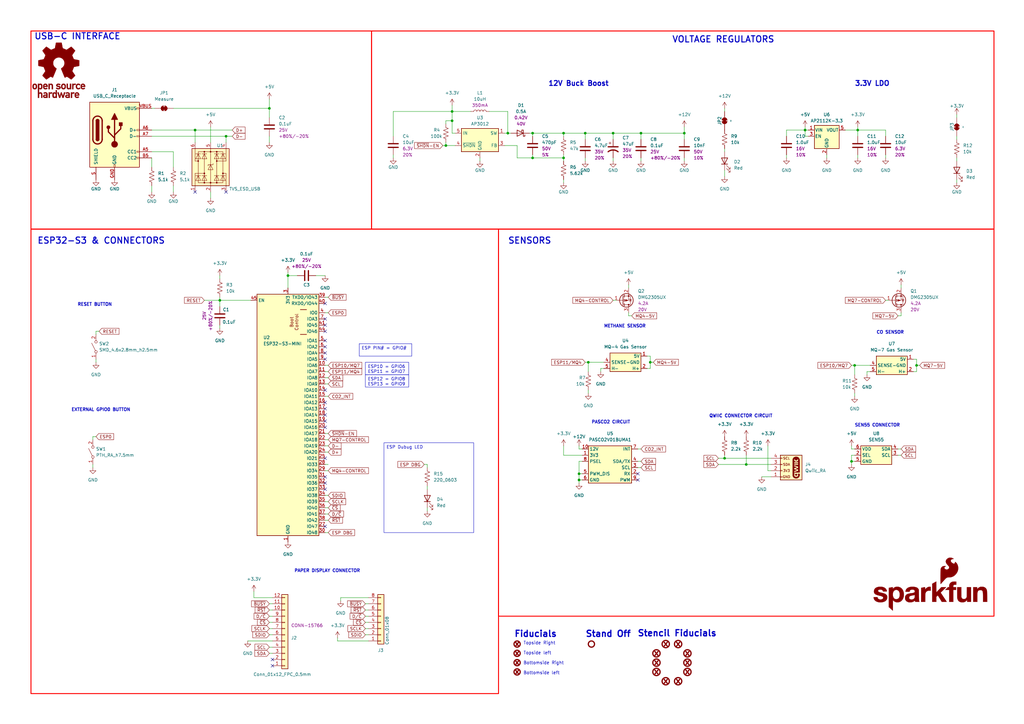
<source format=kicad_sch>
(kicad_sch (version 20231120) (generator "eeschema") (generator_version "8.0")
  (paper "A3")
  (title_block (title "SparkFun Home Air Quality Sensor - Main PCB") (rev "V13.4") (comment 1 "Designed By : Anton Vandenberge"))
  (lib_symbols
    (symbol "SparkFun-Aesthetic:Fiducial_0.5mm"
      (symbol "Fiducial_0.5mm_1_1"
        (text "x" (at 0 0.254 0) (effects (font (size 2.5 2.5) (bold yes))))
      )
    )
    (symbol "SparkFun-Aesthetic:Fiducial_3mm" (pin_names (offset 0.5))
      (symbol "Fiducial_3mm_1_1"
        (text "x" (at 0 0.254 0) (effects (font (size 2.5 2.5) (bold yes))))
      )
    )
    (symbol "SparkFun-Aesthetic:OSHW_Logo" (pin_names (offset 1.016)) (in_bom no))
    (symbol "SparkFun-Aesthetic:SparkFun_Logo" (pin_names (offset 1.016)) (on_board no))
    (symbol "SparkFun-Capacitor:0.1uF_0603_25V_20%" (pin_numbers hide) (pin_names (offset 0.254))
      (property "Reference" "C" (at 0.635 2.54 0))
      (property "Value" "0.1uF" (at 0.635 -2.54 0))
      (property "Voltage" "25V" (at 0 -6.35 0))
      (property "Tolerance" "+80%/-20%" (at 0 -8.89 0))
      (symbol "0.1uF_0603_25V_20%_1_1"
        (pin passive line (at 0 3.81 270) (length 2.794) (name "~") (number "1"))
        (pin passive line (at 0 -3.81 90) (length 2.794) (name "~") (number "2"))
      )
    )
    (symbol "SparkFun-Capacitor:1.0uF_0603_16V_10%" (pin_numbers hide) (pin_names (offset 0.254))
      (property "Reference" "C" (at 0.635 2.54 0))
      (property "Value" "1.0uF" (at 0.635 -2.54 0))
      (property "Voltage" "16V" (at 0 -6.35 0))
      (property "Tolerance" "10%" (at 0 -8.89 0))
      (symbol "1.0uF_0603_16V_10%_1_1"
        (pin passive line (at 0 3.81 270) (length 2.794) (name "~") (number "1"))
        (pin passive line (at 0 -3.81 90) (length 2.794) (name "~") (number "2"))
      )
    )
    (symbol "SparkFun-Capacitor:10nF_0603_50V_10%" (pin_numbers hide) (pin_names (offset 0.254))
      (property "Reference" "C" (at 0.635 2.54 0))
      (property "Value" "10nF" (at 0.635 -2.54 0))
      (property "Voltage" "50V" (at 0 -6.35 0))
      (property "Tolerance" "10%" (at 0 -8.89 0))
      (symbol "10nF_0603_50V_10%_1_1"
        (pin passive line (at 0 3.81 270) (length 2.794) (name "~") (number "1"))
        (pin passive line (at 0 -3.81 90) (length 2.794) (name "~") (number "2"))
      )
    )
    (symbol "SparkFun-Capacitor:10uF_0603_6.3V_20%" (pin_numbers hide) (pin_names (offset 0.254))
      (property "Reference" "C" (at 0.635 2.54 0))
      (property "Value" "10uF" (at 0.635 -2.54 0))
      (property "Voltage" "6.3V" (at 0 -6.35 0))
      (property "Tolerance" "20%" (at 0 -8.89 0))
      (symbol "10uF_0603_6.3V_20%_1_1"
        (pin passive line (at 0 3.81 270) (length 2.794) (name "~") (number "1"))
        (pin passive line (at 0 -3.81 90) (length 2.794) (name "~") (number "2"))
      )
    )
    (symbol "SparkFun-Capacitor:4.7uF_0603_35V_20%" (pin_numbers hide) (pin_names (offset 0.254))
      (property "Reference" "C" (at 0.635 2.54 0))
      (property "Value" "4.7uF" (at 0.635 -2.54 0))
      (property "Voltage" "35V" (at 0 -6.35 0))
      (property "Tolerance" "20%" (at 0 -8.89 0))
      (symbol "4.7uF_0603_35V_20%_1_1"
        (pin passive line (at 0 3.81 270) (length 2.794) (name "~") (number "1"))
        (pin passive line (at 0 -3.81 90) (length 2.794) (name "~") (number "2"))
      )
    )
    (symbol "SparkFun-Capacitor:470pF_0603_50V_10%" (pin_numbers hide) (pin_names (offset 0.254))
      (property "Reference" "C" (at 0.635 2.54 0))
      (property "Value" "470pF" (at 0.635 -2.54 0))
      (property "Voltage" "50V" (at 0 -6.35 0))
      (property "Tolerance" "5%" (at 0 -8.89 0))
      (symbol "470pF_0603_50V_10%_1_1"
        (pin passive line (at 0 3.81 270) (length 2.794) (name "~") (number "1"))
        (pin passive line (at 0 -3.81 90) (length 2.794) (name "~") (number "2"))
      )
    )
    (symbol "SparkFun-Capacitor:47uF_35V_20%" (pin_numbers hide) (pin_names (offset 0.254) hide)
      (property "Reference" "C" (at 0.635 2.54 0))
      (property "Value" "47uF" (at 0.635 -2.54 0))
      (property "Voltage" "35V" (at 0 -7.62 0))
      (property "Tolerance" "20%" (at 0 -10.16 0))
      (symbol "47uF_35V_20%_1_1"
        (pin passive line (at 0 3.81 270) (length 2.794) (name "~") (number "1"))
        (pin passive line (at 0 -3.81 90) (length 3.302) (name "~") (number "2"))
      )
    )
    (symbol "SparkFun-Coil:10uH_0805_0.35A" (pin_numbers hide) (pin_names (offset 1.016) hide)
      (property "Reference" "L" (at 0 2.54 0))
      (property "Value" "10uH" (at 0 -1.27 0))
      (property "Current" "350mA" (at 0 -3.81 0))
      (symbol "10uH_0805_0.35A_1_1"
        (pin passive line (at -3.81 0 0) (length 1.27) (name "1") (number "1"))
        (pin passive line (at 3.81 0 180) (length 1.27) (name "2") (number "2"))
      )
    )
    (symbol "SparkFun-Connector:Conn_01x08" (pin_names (offset 1.016) hide)
      (property "Reference" "J" (at 0 10.16 0))
      (property "Value" "Conn_01x08" (at 0 -12.7 0))
      (symbol "Conn_01x08_1_1"
        (pin passive line (at -5.08 7.62 0) (length 3.81) (name "Pin_1") (number "1"))
        (pin passive line (at -5.08 5.08 0) (length 3.81) (name "Pin_2") (number "2"))
        (pin passive line (at -5.08 2.54 0) (length 3.81) (name "Pin_3") (number "3"))
        (pin passive line (at -5.08 0 0) (length 3.81) (name "Pin_4") (number "4"))
        (pin passive line (at -5.08 -2.54 0) (length 3.81) (name "Pin_5") (number "5"))
        (pin passive line (at -5.08 -5.08 0) (length 3.81) (name "Pin_6") (number "6"))
        (pin passive line (at -5.08 -7.62 0) (length 3.81) (name "Pin_7") (number "7"))
        (pin passive line (at -5.08 -10.16 0) (length 3.81) (name "Pin_8") (number "8"))
      )
    )
    (symbol "SparkFun-Connector:Conn_01x12_FPC_0.5mm" (pin_names (offset 1.016) hide)
      (property "Reference" "J" (at 0 15.24 0))
      (property "Value" "Conn_01x12_FPC_0.5mm" (at 0 -17.78 0))
      (property "PROD_ID" "CONN-15766" (at 0 -22.86 0))
      (symbol "Conn_01x12_FPC_0.5mm_1_1"
        (pin passive line (at -5.08 12.7 0) (length 3.81) (name "Pin_1") (number "1"))
        (pin passive line (at -5.08 -10.16 0) (length 3.81) (name "Pin_10") (number "10"))
        (pin passive line (at -5.08 -12.7 0) (length 3.81) (name "Pin_11") (number "11"))
        (pin passive line (at -5.08 -15.24 0) (length 3.81) (name "Pin_12") (number "12"))
        (pin passive line (at -5.08 10.16 0) (length 3.81) (name "Pin_2") (number "2"))
        (pin passive line (at -5.08 7.62 0) (length 3.81) (name "Pin_3") (number "3"))
        (pin passive line (at -5.08 5.08 0) (length 3.81) (name "Pin_4") (number "4"))
        (pin passive line (at -5.08 2.54 0) (length 3.81) (name "Pin_5") (number "5"))
        (pin passive line (at -5.08 0 0) (length 3.81) (name "Pin_6") (number "6"))
        (pin passive line (at -5.08 -2.54 0) (length 3.81) (name "Pin_7") (number "7"))
        (pin passive line (at -5.08 -5.08 0) (length 3.81) (name "Pin_8") (number "8"))
        (pin passive line (at -5.08 -7.62 0) (length 3.81) (name "Pin_9") (number "9"))
      )
    )
    (symbol "SparkFun-Connector:Qwiic_Right_Angle" (pin_names (offset 1.016) hide)
      (property "Reference" "J" (at 0 5.08 0))
      (property "Value" "Qwiic_RA" (at 0 -7.62 0))
      (symbol "Qwiic_Right_Angle_1_1"
        (text "3V3" (at 1.27 -2.54 0) (effects (font (size 1 1))))
        (text "GND" (at 1.27 -5.08 0) (effects (font (size 1 1))))
        (text "SCL" (at 1.27 2.54 0) (effects (font (size 1 1))))
        (text "SDA" (at 1.27 0 0) (effects (font (size 1 1))))
        (pin passive line (at -5.08 -5.08 0) (length 3.81) (name "Pin_1") (number "1"))
        (pin passive line (at -5.08 -2.54 0) (length 3.81) (name "Pin_2") (number "2"))
        (pin passive line (at -5.08 0 0) (length 3.81) (name "Pin_3") (number "3"))
        (pin passive line (at -5.08 2.54 0) (length 3.81) (name "Pin_4") (number "4"))
        (pin no_connect line (at 2.54 3.81 270) (length 2.54) hide (name "NC") (number "NC1"))
        (pin no_connect line (at 2.54 3.81 270) (length 2.54) hide (name "NC") (number "NC2"))
      )
    )
    (symbol "SparkFun-Connector:USB_C_Receptacle" (pin_names (offset 1.016))
      (property "Reference" "J" (at -10.16 12.7 0))
      (property "Value" "USB_C_Receptacle" (at 19.05 12.7 0))
      (symbol "USB_C_Receptacle_1_1"
        (pin bidirectional line (at 15.24 -8.89 180) (length 5.08) (name "CC1") (number "A5"))
        (pin bidirectional line (at 15.24 0 180) (length 5.08) (name "D+") (number "A6"))
        (pin bidirectional line (at 15.24 -2.54 180) (length 5.08) (name "D-") (number "A7"))
        (pin no_connect line (at 3.81 -15.24 90) (length 5.08) hide (name "NC") (number "A8"))
        (pin bidirectional line (at 15.24 -11.43 180) (length 5.08) (name "CC2") (number "B5"))
        (pin bidirectional line (at 15.24 0 180) (length 5.08) hide (name "D+") (number "B6"))
        (pin bidirectional line (at 15.24 -2.54 180) (length 5.08) hide (name "D-") (number "B7"))
        (pin no_connect line (at 3.81 -15.24 90) (length 5.08) hide (name "NC") (number "B8"))
        (pin passive line (at 0 -20.32 90) (length 5.08) (name "GND") (number "GND"))
        (pin no_connect line (at -2.54 -15.24 90) (length 5.08) hide (name "NC") (number "NC1"))
        (pin no_connect line (at -2.54 -15.24 90) (length 5.08) hide (name "NC") (number "NC2"))
        (pin no_connect line (at -2.54 -15.24 90) (length 5.08) hide (name "NC") (number "NC3"))
        (pin passive line (at -7.62 -20.32 90) (length 5.08) (name "SHIELD") (number "S"))
        (pin passive line (at 15.24 8.89 180) (length 5.08) (name "VBUS") (number "VBUS"))
      )
    )
    (symbol "SparkFun-DiscreteSemi:D_Schottky_0.5A_40V_0.42V" (pin_numbers hide) (pin_names (offset 1.016) hide)
      (property "Reference" "D" (at 0 2.54 0))
      (property "Value" "D_Schottky_0.5A_40V_0.42V" (at 0 -2.54 0))
      (symbol "D_Schottky_0.5A_40V_0.42V_1_1"
        (pin passive line (at 3.81 0 180) (length 2.54) (name "A") (number "A"))
        (pin passive line (at -3.81 0 0) (length 2.54) (name "C") (number "C"))
      )
    )
    (symbol "SparkFun-DiscreteSemi:D_TVS_ESD_USB" (pin_names hide)
      (property "Reference" "U" (at 2.54 7.62 0))
      (property "Value" "TVS_ESD_USB" (at 7.62 -10.16 0))
      (symbol "D_TVS_ESD_USB_1_1"
        (pin passive line (at -6.35 -11.43 90) (length 2.54) (name "I/O1") (number "1"))
        (pin passive line (at 0 -11.43 90) (length 2.54) (name "GND") (number "2"))
        (pin passive line (at 6.35 -11.43 90) (length 2.54) (name "I/O2") (number "3"))
        (pin passive line (at 6.35 8.89 270) (length 2.54) (name "I/O3") (number "4"))
        (pin passive line (at 0 8.89 270) (length 2.54) (name "VCC") (number "5"))
        (pin passive line (at -6.35 8.89 270) (length 2.54) (name "I/O4") (number "6"))
      )
    )
    (symbol "SparkFun-DiscreteSemi:Q_PMOS_4.2A_20V" (pin_names (offset 0) hide)
      (property "Reference" "Q" (at 5.08 1.27 0))
      (property "Value" "DMG2305UX" (at 5.08 -1.27 0))
      (property "IMax" "4.2A" (at 7.62 -3.81 0))
      (property "VMax" "20V" (at 7.62 -6.35 0))
      (symbol "Q_PMOS_4.2A_20V_1_1"
        (pin input line (at -2.54 0 0) (length 0) (name "G") (number "1"))
        (pin passive line (at 2.54 -5.08 90) (length 2.54) (name "S") (number "2"))
        (pin passive line (at 2.54 5.08 270) (length 2.54) (name "D") (number "3"))
      )
    )
    (symbol "SparkFun-Hardware:Stand_off")
    (symbol "SparkFun-IC-Power:AP3012"
      (property "Reference" "U" (at -7.62 5.715 0))
      (property "Value" "AP3012" (at 0 5.715 0))
      (symbol "AP3012_1_1"
        (pin passive line (at 10.16 2.54 180) (length 2.54) (name "SW") (number "1"))
        (pin power_in line (at 0 -7.62 90) (length 2.54) (name "GND") (number "2"))
        (pin input line (at 10.16 -2.54 180) (length 2.54) (name "FB") (number "3"))
        (pin input line (at -10.16 -2.54 0) (length 2.54) (name "~{SHDN}") (number "4"))
        (pin power_in line (at -10.16 2.54 0) (length 2.54) (name "IN") (number "5"))
      )
    )
    (symbol "SparkFun-Jumper:Jumper_Measure" (pin_numbers hide) (pin_names (offset 0) hide)
      (property "Reference" "JP" (at 0 2.032 0))
      (property "Value" "Measure" (at 0 -2.54 0))
      (symbol "Jumper_Measure_1_1"
        (pin passive line (at -3.81 0 0) (length 2.54) (name "A") (number "1"))
        (pin passive line (at 3.81 0 180) (length 2.54) (name "B") (number "2"))
      )
    )
    (symbol "SparkFun-Jumper:SolderJumper_2_Bridged" (pin_numbers hide) (pin_names (offset 0) hide)
      (property "Reference" "JP" (at 0 2.032 0))
      (property "Value" "~" (at 0 -2.54 0))
      (symbol "SolderJumper_2_Bridged_1_1"
        (pin passive line (at -3.81 0 0) (length 2.54) (name "A") (number "1"))
        (pin passive line (at 3.81 0 180) (length 2.54) (name "B") (number "2"))
      )
    )
    (symbol "SparkFun-LED:LED_Red_0603" (pin_numbers hide) (pin_names (offset 1.016) hide)
      (property "Reference" "D" (at 0 2.54 0))
      (property "Value" "Red" (at 0 -2.54 0))
      (symbol "LED_Red_0603_1_1"
        (pin passive line (at -3.81 0 0) (length 2.54) (name "K") (number "1"))
        (pin passive line (at 3.81 0 180) (length 2.54) (name "A") (number "2"))
      )
    )
    (symbol "SparkFun-PowerSymbol:+3.3V" (power) (pin_names (offset 0))
      (property "Value" "+3.3V" (at 0 3.556 0))
      (symbol "+3.3V_1_1"
        (pin power_in line (at 0 0 90) (length 0) hide (name "+3.3V") (number "1"))
      )
    )
    (symbol "SparkFun-PowerSymbol:+5V" (power) (pin_names (offset 0))
      (property "Value" "+5V" (at 0 3.556 0))
      (symbol "+5V_1_1"
        (pin power_in line (at 0 0 90) (length 0) hide (name "+5V") (number "1"))
      )
    )
    (symbol "SparkFun-PowerSymbol:GND" (power) (pin_names (offset 0))
      (property "Value" "GND" (at 0 -3.81 0))
      (symbol "GND_1_1"
        (pin power_in line (at 0 0 270) (length 0) hide (name "GND") (number "1"))
      )
    )
    (symbol "SparkFun-RF:ESP32-S3-MINI"
      (property "Reference" "U" (at -12.7 48.26 0))
      (property "Value" "ESP32-S3-MINI" (at 1.27 48.26 0))
      (symbol "ESP32-S3-MINI_1_1"
        (text "Boot\nControl" (at 2.54 35.56 900) (effects (font (size 1.27 1.27))))
        (pin power_in line (at 0 -54.61 90) (length 2.54) (name "GND") (number "1"))
        (pin bidirectional line (at 15.24 17.78 180) (length 2.54) (name "IOA6") (number "10"))
        (pin bidirectional line (at 15.24 15.24 180) (length 2.54) (name "IOA7") (number "11"))
        (pin bidirectional line (at 15.24 12.7 180) (length 2.54) (name "IOA8") (number "12"))
        (pin bidirectional line (at 15.24 10.16 180) (length 2.54) (name "IOA9") (number "13"))
        (pin bidirectional line (at 15.24 7.62 180) (length 2.54) (name "IOA10") (number "14"))
        (pin bidirectional line (at 15.24 5.08 180) (length 2.54) (name "IOA11") (number "15"))
        (pin bidirectional line (at 15.24 2.54 180) (length 2.54) (name "IOA12") (number "16"))
        (pin bidirectional line (at 15.24 0 180) (length 2.54) (name "IOA13") (number "17"))
        (pin bidirectional line (at 15.24 -2.54 180) (length 2.54) (name "IOA14") (number "18"))
        (pin bidirectional line (at 15.24 -5.08 180) (length 2.54) (name "IOA15") (number "19"))
        (pin passive line (at 0 -54.61 90) (length 2.54) hide (name "GND") (number "2"))
        (pin bidirectional line (at 15.24 -7.62 180) (length 2.54) (name "IOA16") (number "20"))
        (pin bidirectional line (at 15.24 -10.16 180) (length 2.54) (name "IOA17") (number "21"))
        (pin bidirectional line (at 15.24 -12.7 180) (length 2.54) (name "IOA18") (number "22"))
        (pin bidirectional line (at 15.24 -15.24 180) (length 2.54) (name "IOA19") (number "23"))
        (pin bidirectional line (at 15.24 -17.78 180) (length 2.54) (name "IOA20") (number "24"))
        (pin bidirectional line (at 15.24 -20.32 180) (length 2.54) (name "IO21") (number "25"))
        (pin bidirectional line (at -12.7 -20.32 0) (length 2.54) hide (name "IO26") (number "26"))
        (pin bidirectional line (at 15.24 -48.26 180) (length 2.54) (name "IO47") (number "27"))
        (pin bidirectional line (at 15.24 -22.86 180) (length 2.54) (name "IO33") (number "28"))
        (pin bidirectional line (at 15.24 -25.4 180) (length 2.54) (name "IO34") (number "29"))
        (pin power_in line (at 0 49.53 270) (length 2.54) (name "3V3") (number "3"))
        (pin bidirectional line (at 15.24 -50.8 180) (length 2.54) (name "IO48") (number "30"))
        (pin bidirectional line (at 15.24 -27.94 180) (length 2.54) (name "IO35") (number "31"))
        (pin bidirectional line (at 15.24 -30.48 180) (length 2.54) (name "IO36") (number "32"))
        (pin bidirectional line (at 15.24 -33.02 180) (length 2.54) (name "IO37") (number "33"))
        (pin bidirectional line (at 15.24 -35.56 180) (length 2.54) (name "IO38") (number "34"))
        (pin bidirectional line (at 15.24 -38.1 180) (length 2.54) (name "IO39") (number "35"))
        (pin bidirectional line (at 15.24 -40.64 180) (length 2.54) (name "IO40") (number "36"))
        (pin bidirectional line (at 15.24 -43.18 180) (length 2.54) (name "IO41") (number "37"))
        (pin bidirectional line (at 15.24 -45.72 180) (length 2.54) (name "IO42") (number "38"))
        (pin bidirectional line (at 15.24 45.72 180) (length 2.54) (name "TXD0/IO43") (number "39"))
        (pin bidirectional line (at 15.24 39.37 180) (length 2.54) (name "IO0") (number "4"))
        (pin bidirectional line (at 15.24 43.18 180) (length 2.54) (name "RXD0/IO44") (number "40"))
        (pin bidirectional line (at 15.24 34.29 180) (length 2.54) (name "IO45") (number "41"))
        (pin passive line (at 0 -54.61 90) (length 2.54) hide (name "GND") (number "42"))
        (pin passive line (at 0 -54.61 90) (length 2.54) hide (name "GND") (number "43"))
        (pin bidirectional line (at 15.24 31.75 180) (length 2.54) (name "IO46") (number "44"))
        (pin input line (at -15.24 44.45 0) (length 2.54) (name "EN") (number "45"))
        (pin passive line (at 0 -54.61 90) (length 2.54) hide (name "GND") (number "46"))
        (pin passive line (at 0 -54.61 90) (length 2.54) hide (name "GND") (number "47"))
        (pin passive line (at 0 -54.61 90) (length 2.54) hide (name "GND") (number "48"))
        (pin passive line (at 0 -54.61 90) (length 2.54) hide (name "GND") (number "49"))
        (pin bidirectional line (at 15.24 27.94 180) (length 2.54) (name "IOA1") (number "5"))
        (pin passive line (at 0 -54.61 90) (length 2.54) hide (name "GND") (number "50"))
        (pin passive line (at 0 -54.61 90) (length 2.54) hide (name "GND") (number "51"))
        (pin passive line (at 0 -54.61 90) (length 2.54) hide (name "GND") (number "52"))
        (pin passive line (at 0 -54.61 90) (length 2.54) hide (name "GND") (number "53"))
        (pin passive line (at 0 -54.61 90) (length 2.54) hide (name "GND") (number "54"))
        (pin passive line (at 0 -54.61 90) (length 2.54) hide (name "GND") (number "55"))
        (pin passive line (at 0 -54.61 90) (length 2.54) hide (name "GND") (number "56"))
        (pin passive line (at 0 -54.61 90) (length 2.54) hide (name "GND") (number "57"))
        (pin passive line (at 0 -54.61 90) (length 2.54) hide (name "GND") (number "58"))
        (pin passive line (at 0 -54.61 90) (length 2.54) hide (name "GND") (number "59"))
        (pin bidirectional line (at 15.24 25.4 180) (length 2.54) (name "IOA2") (number "6"))
        (pin passive line (at 0 -54.61 90) (length 2.54) hide (name "GND") (number "60"))
        (pin passive line (at 0 -54.61 90) (length 2.54) hide (name "GND") (number "61"))
        (pin passive line (at 0 -54.61 90) (length 2.54) hide (name "GND") (number "62"))
        (pin passive line (at 0 -54.61 90) (length 2.54) hide (name "GND") (number "63"))
        (pin passive line (at 0 -54.61 90) (length 2.54) hide (name "GND") (number "64"))
        (pin passive line (at 0 -54.61 90) (length 2.54) hide (name "GND") (number "65"))
        (pin bidirectional line (at 15.24 36.83 180) (length 2.54) (name "IOA3") (number "7"))
        (pin bidirectional line (at 15.24 22.86 180) (length 2.54) (name "IOA4") (number "8"))
        (pin bidirectional line (at 15.24 20.32 180) (length 2.54) (name "IOA5") (number "9"))
      )
    )
    (symbol "SparkFun-Regulator:AP2112K-3.3" (pin_names (offset 0.254))
      (property "Reference" "U3" (at 0 8.89 0))
      (property "Value" "AP2112K-3.3" (at 0 6.35 0))
      (symbol "AP2112K-3.3_1_1"
        (pin power_in line (at -7.62 2.54 0) (length 2.54) (name "VIN") (number "1"))
        (pin power_in line (at 0 -7.62 90) (length 2.54) (name "GND") (number "2"))
        (pin input line (at -7.62 0 0) (length 2.54) (name "EN") (number "3"))
        (pin no_connect line (at 5.08 0 180) (length 2.54) hide (name "NC") (number "4"))
        (pin power_out line (at 7.62 2.54 180) (length 2.54) (name "VOUT") (number "5"))
      )
    )
    (symbol "SparkFun-Resistor:100k_0603" (pin_numbers hide) (pin_names (offset 0))
      (property "Reference" "R" (at 0 -2.54 0))
      (property "Value" "100k" (at 0 2.54 0))
      (symbol "100k_0603_1_1"
        (pin passive line (at 3.81 0 180) (length 1.27) (name "~") (number "1"))
        (pin passive line (at -3.81 0 0) (length 1.27) (name "~") (number "2"))
      )
    )
    (symbol "SparkFun-Resistor:10k_0603" (pin_numbers hide) (pin_names (offset 0))
      (property "Reference" "R" (at 0 -2.54 0))
      (property "Value" "10k" (at 0 2.54 0))
      (symbol "10k_0603_1_1"
        (pin passive line (at 3.81 0 180) (length 1.27) (name "~") (number "1"))
        (pin passive line (at -3.81 0 0) (length 1.27) (name "~") (number "2"))
      )
    )
    (symbol "SparkFun-Resistor:2.2k_0603" (pin_numbers hide) (pin_names (offset 0))
      (property "Reference" "R" (at 0 -2.54 0))
      (property "Value" "2.2k" (at 0 2.54 0))
      (symbol "2.2k_0603_1_1"
        (pin passive line (at 3.81 0 180) (length 1.27) (name "~") (number "1"))
        (pin passive line (at -3.81 0 0) (length 1.27) (name "~") (number "2"))
      )
    )
    (symbol "SparkFun-Resistor:220_0603" (pin_numbers hide) (pin_names (offset 0))
      (property "Reference" "R" (at 2.54 0 90))
      (property "Value" "220_0603" (at -2.54 0 90))
      (symbol "220_0603_1_1"
        (pin passive line (at 0 3.81 270) (length 1.27) (name "~") (number "1"))
        (pin passive line (at 0 -3.81 90) (length 1.27) (name "~") (number "2"))
      )
    )
    (symbol "SparkFun-Resistor:47k_0603" (pin_numbers hide) (pin_names (offset 0))
      (property "Reference" "R" (at 0 -2.54 0))
      (property "Value" "47k" (at 0 2.54 0))
      (symbol "47k_0603_1_1"
        (pin passive line (at 3.81 0 180) (length 1.27) (name "~") (number "1"))
        (pin passive line (at -3.81 0 0) (length 1.27) (name "~") (number "2"))
      )
    )
    (symbol "SparkFun-Resistor:5.1k_0603" (pin_numbers hide) (pin_names (offset 0))
      (property "Reference" "R" (at 0 -2.54 0))
      (property "Value" "5.1k" (at 0 2.54 0))
      (symbol "5.1k_0603_1_1"
        (pin passive line (at 3.81 0 180) (length 1.27) (name "~") (number "1"))
        (pin passive line (at -3.81 0 0) (length 1.27) (name "~") (number "2"))
      )
    )
    (symbol "SparkFun-Resistor:5.62k_0603" (pin_numbers hide) (pin_names (offset 0))
      (property "Reference" "R" (at 0 -2.54 0))
      (property "Value" "5.62k" (at 0 2.54 0))
      (symbol "5.62k_0603_1_1"
        (pin passive line (at 3.81 0 180) (length 1.27) (name "~") (number "1"))
        (pin passive line (at -3.81 0 0) (length 1.27) (name "~") (number "2"))
      )
    )
    (symbol "SparkFun-Sensor:MQ-4 Gas Sensor"
      (property "Reference" "U" (at -6.35 5.715 0))
      (property "Value" "MQ-4 Gas Sensor" (at -2.54 5.715 0))
      (symbol "MQ-4 Gas Sensor_1_1"
        (pin power_in line (at 8.89 2.54 180) (length 2.54) (name "5V") (number "1"))
        (pin power_in line (at 8.89 -2.54 180) (length 2.54) (name "H+") (number "2"))
        (pin power_in line (at 8.89 2.54 180) (length 2.54) hide (name "5V") (number "3"))
        (pin power_in line (at -8.89 0 0) (length 2.54) (name "SENSE-GND") (number "4"))
        (pin power_in line (at -8.89 -2.54 0) (length 2.54) (name "H-") (number "5"))
        (pin power_in line (at -8.89 0 0) (length 2.54) hide (name "SENSE-GND") (number "6"))
      )
    )
    (symbol "SparkFun-Sensor:MQ-7 Gas Sensor"
      (property "Reference" "U" (at -6.35 5.715 0))
      (property "Value" "MQ-7 Gas Sensor" (at -2.54 5.715 0))
      (symbol "MQ-7 Gas Sensor_1_1"
        (pin power_in line (at 8.89 2.54 180) (length 2.54) (name "5V") (number "1"))
        (pin power_in line (at 8.89 -2.54 180) (length 2.54) (name "H+") (number "2"))
        (pin power_in line (at 8.89 2.54 180) (length 2.54) hide (name "5V") (number "3"))
        (pin output line (at -8.89 0 0) (length 2.54) (name "SENSE-GND") (number "4"))
        (pin power_out line (at -8.89 -2.54 0) (length 2.54) (name "H-") (number "5"))
        (pin output line (at -8.89 0 0) (length 2.54) hide (name "SENSE-GND") (number "6"))
      )
    )
    (symbol "SparkFun-Sensor:PASCO2V01BUMA1"
      (property "Reference" "U" (at -8.89 8.255 0))
      (property "Value" "PASCO2V01BUMA1" (at 0 8.255 0))
      (symbol "PASCO2V01BUMA1_1_1"
        (pin power_in line (at -11.43 2.54 0) (length 2.54) (name "3V3") (number "1"))
        (pin power_in line (at -11.43 5.08 0) (length 2.54) (name "12V") (number "10"))
        (pin power_out line (at -11.43 -7.62 0) (length 2.54) hide (name "GND") (number "11"))
        (pin power_out line (at -11.43 -7.62 0) (length 2.54) hide (name "GND") (number "12"))
        (pin power_out line (at -11.43 -7.62 0) (length 2.54) hide (name "GND") (number "13"))
        (pin power_out line (at -11.43 -7.62 0) (length 2.54) hide (name "GND") (number "14"))
        (pin bidirectional line (at 11.43 -5.08 180) (length 2.54) (name "RX") (number "2"))
        (pin bidirectional line (at 11.43 -2.54 180) (length 2.54) (name "SCL") (number "3"))
        (pin output line (at 11.43 0 180) (length 2.54) (name "SDA/TX") (number "4"))
        (pin input line (at -11.43 -5.08 0) (length 2.54) (name "PWM_DIS") (number "5"))
        (pin power_out line (at -11.43 -7.62 0) (length 2.54) (name "GND") (number "6"))
        (pin output line (at 11.43 5.08 180) (length 2.54) (name "INT") (number "7"))
        (pin input line (at -11.43 0 0) (length 2.54) (name "PSEL") (number "8"))
        (pin output line (at 11.43 -7.62 180) (length 2.54) (name "PWM") (number "9"))
      )
    )
    (symbol "SparkFun-Sensor:SEN55"
      (property "Reference" "U" (at -6.35 5.715 0))
      (property "Value" "SEN55" (at -2.54 5.715 0))
      (symbol "SEN55_1_1"
        (pin no_connect line (at 8.89 -2.54 180) (length 2.54) hide (name "NC") (number "1"))
        (pin input line (at -8.89 0 0) (length 2.54) (name "SEL") (number "2"))
        (pin input line (at 8.89 0 180) (length 2.54) (name "SCL") (number "3"))
        (pin bidirectional line (at 8.89 2.54 180) (length 2.54) (name "SDA") (number "4"))
        (pin power_in line (at -8.89 -2.54 0) (length 2.54) (name "GND") (number "5"))
        (pin power_in line (at -8.89 2.54 0) (length 2.54) (name "VDD") (number "6"))
      )
    )
    (symbol "SparkFun-Switch:SPST_Momentary_PTH_RA_h7.5mm" (pin_names (offset 0) hide)
      (property "Reference" "SW" (at 0 3.175 0))
      (property "Value" "PTH_RA_h7.5mm" (at 0 -2.54 0))
      (symbol "SPST_Momentary_PTH_RA_h7.5mm_1_1"
        (pin passive line (at -5.08 0 0) (length 2.54) (name "A") (number "1"))
        (pin passive line (at 5.08 0 180) (length 2.54) (name "B") (number "2"))
      )
    )
    (symbol "SparkFun-Switch:SPST_Momentary_SMD_4.6x2.8mm_h2.5mm" (pin_names (offset 0) hide)
      (property "Reference" "SW" (at 0 3.175 0))
      (property "Value" "SMD_4.6x2.8mm_h2.5mm" (at 0 -2.54 0))
      (symbol "SPST_Momentary_SMD_4.6x2.8mm_h2.5mm_1_1"
        (pin passive line (at -5.08 0 0) (length 2.54) (name "A") (number "1"))
        (pin passive line (at 5.08 0 180) (length 2.54) (name "B") (number "2"))
      )
    )
    (symbol "power:+12V" (power) (pin_names (offset 0))
      (property "Value" "+12V" (at 0 3.556 0))
      (symbol "+12V_1_1"
        (pin power_in line (at 0 0 90) (length 0) hide (name "+12V") (number "1"))
      )
    )
    (symbol "power:+3.3V" (power) (pin_names (offset 0))
      (property "Value" "+3.3V" (at 0 3.556 0))
      (symbol "+3.3V_1_1"
        (pin power_in line (at 0 0 90) (length 0) hide (name "+3.3V") (number "1"))
      )
    )
    (symbol "power:GND" (power) (pin_names (offset 0))
      (property "Value" "GND" (at 0 -3.81 0))
      (symbol "GND_1_1"
        (pin power_in line (at 0 0 270) (length 0) hide (name "GND") (number "1"))
      )
    )
  )
  (junction (at 241.3 148.59))
  (junction (at 349.25 189.23))
  (junction (at 351.79 53.34))
  (junction (at 118.11 113.03))
  (junction (at 350.52 149.86))
  (junction (at 182.88 59.69))
  (junction (at 90.17 123.19))
  (junction (at 80.01 53.34))
  (junction (at 208.28 54.61))
  (junction (at 280.67 54.61))
  (junction (at 375.92 149.86))
  (junction (at 237.49 194.31))
  (junction (at 240.03 54.61))
  (junction (at 330.2 53.34))
  (junction (at 185.42 49.53))
  (junction (at 237.49 196.85))
  (junction (at 266.7 148.59))
  (junction (at 218.44 54.61))
  (junction (at 297.18 187.96))
  (junction (at 92.71 55.88))
  (junction (at 110.49 44.45))
  (junction (at 231.14 64.77))
  (junction (at 251.46 54.61))
  (junction (at 185.42 45.72))
  (junction (at 218.44 64.77))
  (junction (at 231.14 54.61))
  (junction (at 262.89 54.61))
  (junction (at 306.07 190.5))
  (no_connect (at 133.35 170.18))
  (no_connect (at 133.35 215.9))
  (no_connect (at 111.76 273.05))
  (no_connect (at 133.35 195.58))
  (no_connect (at 133.35 139.7))
  (no_connect (at 261.62 196.85))
  (no_connect (at 133.35 124.46))
  (no_connect (at 133.35 200.66))
  (no_connect (at 133.35 142.24))
  (no_connect (at 261.62 194.31))
  (no_connect (at 133.35 172.72))
  (no_connect (at 80.01 78.74))
  (no_connect (at 133.35 165.1))
  (no_connect (at 133.35 175.26))
  (no_connect (at 133.35 147.32))
  (no_connect (at 133.35 130.81))
  (no_connect (at 111.76 270.51))
  (no_connect (at 92.71 78.74))
  (no_connect (at 133.35 160.02))
  (no_connect (at 133.35 144.78))
  (no_connect (at 133.35 187.96))
  (no_connect (at 133.35 198.12))
  (no_connect (at 133.35 135.89))
  (no_connect (at 133.35 133.35))
  (no_connect (at 133.35 167.64))
  (wire (pts (xy 134.62 149.86) (xy 133.35 149.86)))
  (wire (pts (xy 185.42 49.53) (xy 182.88 49.53)))
  (wire (pts (xy 350.52 149.86) (xy 350.52 153.67)))
  (wire (pts (xy 262.89 184.15) (xy 261.62 184.15)))
  (wire (pts (xy 262.89 57.15) (xy 262.89 54.61)))
  (wire (pts (xy 356.87 149.86) (xy 350.52 149.86)))
  (wire (pts (xy 356.87 152.4) (xy 355.6 152.4)))
  (wire (pts (xy 241.3 148.59) (xy 241.3 152.4)))
  (wire (pts (xy 71.12 62.23) (xy 71.12 68.58)))
  (wire (pts (xy 351.79 53.34) (xy 363.22 53.34)))
  (wire (pts (xy 240.03 57.15) (xy 240.03 54.61)))
  (wire (pts (xy 134.62 218.44) (xy 133.35 218.44)))
  (wire (pts (xy 257.81 129.54) (xy 259.08 129.54)))
  (wire (pts (xy 231.14 182.88) (xy 231.14 186.69)))
  (wire (pts (xy 350.52 184.15) (xy 349.25 184.15)))
  (wire (pts (xy 133.35 185.42) (xy 134.62 185.42)))
  (wire (pts (xy 118.11 111.76) (xy 118.11 113.03)))
  (wire (pts (xy 262.89 191.77) (xy 261.62 191.77)))
  (wire (pts (xy 349.25 184.15) (xy 349.25 182.88)))
  (wire (pts (xy 149.86 247.65) (xy 151.13 247.65)))
  (wire (pts (xy 369.57 129.54) (xy 368.3 129.54)))
  (wire (pts (xy 351.79 53.34) (xy 351.79 55.88)))
  (wire (pts (xy 257.81 128.27) (xy 257.81 129.54)))
  (wire (pts (xy 134.62 152.4) (xy 133.35 152.4)))
  (wire (pts (xy 62.23 76.2) (xy 62.23 78.74)))
  (wire (pts (xy 175.26 190.5) (xy 175.26 191.77)))
  (wire (pts (xy 161.29 64.77) (xy 161.29 63.5)))
  (wire (pts (xy 237.49 182.88) (xy 237.49 184.15)))
  (wire (pts (xy 265.43 151.13) (xy 266.7 151.13)))
  (wire (pts (xy 355.6 152.4) (xy 355.6 153.67)))
  (wire (pts (xy 306.07 186.69) (xy 306.07 190.5)))
  (wire (pts (xy 257.81 116.84) (xy 257.81 118.11)))
  (wire (pts (xy 200.66 45.72) (xy 208.28 45.72)))
  (wire (pts (xy 185.42 49.53) (xy 185.42 54.61)))
  (wire (pts (xy 134.62 121.92) (xy 133.35 121.92)))
  (wire (pts (xy 266.7 148.59) (xy 266.7 146.05)))
  (wire (pts (xy 247.65 151.13) (xy 246.38 151.13)))
  (wire (pts (xy 149.86 252.73) (xy 151.13 252.73)))
  (wire (pts (xy 330.2 55.88) (xy 330.2 53.34)))
  (wire (pts (xy 110.49 247.65) (xy 111.76 247.65)))
  (wire (pts (xy 322.58 64.77) (xy 322.58 63.5)))
  (wire (pts (xy 231.14 54.61) (xy 231.14 55.88)))
  (wire (pts (xy 134.62 154.94) (xy 133.35 154.94)))
  (wire (pts (xy 139.7 245.11) (xy 151.13 245.11)))
  (wire (pts (xy 110.49 40.64) (xy 110.49 44.45)))
  (wire (pts (xy 330.2 52.07) (xy 330.2 53.34)))
  (wire (pts (xy 218.44 54.61) (xy 218.44 55.88)))
  (wire (pts (xy 90.17 123.19) (xy 90.17 125.73)))
  (wire (pts (xy 212.09 59.69) (xy 212.09 64.77)))
  (wire (pts (xy 175.26 199.39) (xy 175.26 200.66)))
  (wire (pts (xy 182.88 49.53) (xy 182.88 50.8)))
  (wire (pts (xy 149.86 257.81) (xy 151.13 257.81)))
  (wire (pts (xy 369.57 116.84) (xy 369.57 118.11)))
  (wire (pts (xy 38.1 190.5) (xy 38.1 191.77)))
  (wire (pts (xy 134.62 210.82) (xy 133.35 210.82)))
  (wire (pts (xy 38.1 179.07) (xy 38.1 180.34)))
  (wire (pts (xy 71.12 76.2) (xy 71.12 78.74)))
  (wire (pts (xy 280.67 54.61) (xy 262.89 54.61)))
  (wire (pts (xy 110.49 260.35) (xy 111.76 260.35)))
  (wire (pts (xy 39.37 179.07) (xy 38.1 179.07)))
  (wire (pts (xy 369.57 128.27) (xy 369.57 129.54)))
  (wire (pts (xy 294.64 187.96) (xy 297.18 187.96)))
  (wire (pts (xy 265.43 146.05) (xy 266.7 146.05)))
  (wire (pts (xy 208.28 45.72) (xy 208.28 54.61)))
  (wire (pts (xy 306.07 190.5) (xy 316.23 190.5)))
  (wire (pts (xy 62.23 64.77) (xy 62.23 68.58)))
  (wire (pts (xy 110.49 255.27) (xy 111.76 255.27)))
  (wire (pts (xy 217.17 54.61) (xy 218.44 54.61)))
  (wire (pts (xy 251.46 66.04) (xy 251.46 64.77)))
  (wire (pts (xy 121.92 113.03) (xy 118.11 113.03)))
  (wire (pts (xy 280.67 57.15) (xy 280.67 54.61)))
  (wire (pts (xy 231.14 186.69) (xy 238.76 186.69)))
  (wire (pts (xy 133.35 190.5) (xy 134.62 190.5)))
  (wire (pts (xy 134.62 213.36) (xy 133.35 213.36)))
  (wire (pts (xy 39.37 135.89) (xy 39.37 137.16)))
  (wire (pts (xy 71.12 44.45) (xy 110.49 44.45)))
  (wire (pts (xy 80.01 53.34) (xy 95.25 53.34)))
  (wire (pts (xy 175.26 208.28) (xy 175.26 209.55)))
  (wire (pts (xy 237.49 189.23) (xy 237.49 194.31)))
  (wire (pts (xy 118.11 113.03) (xy 118.11 118.11)))
  (wire (pts (xy 251.46 54.61) (xy 240.03 54.61)))
  (wire (pts (xy 110.49 265.43) (xy 111.76 265.43)))
  (wire (pts (xy 363.22 63.5) (xy 363.22 64.77)))
  (wire (pts (xy 322.58 53.34) (xy 322.58 55.88)))
  (wire (pts (xy 237.49 194.31) (xy 237.49 196.85)))
  (wire (pts (xy 134.62 162.56) (xy 133.35 162.56)))
  (wire (pts (xy 185.42 43.18) (xy 185.42 45.72)))
  (wire (pts (xy 351.79 63.5) (xy 351.79 64.77)))
  (wire (pts (xy 134.62 203.2) (xy 133.35 203.2)))
  (wire (pts (xy 92.71 55.88) (xy 95.25 55.88)))
  (wire (pts (xy 149.86 255.27) (xy 151.13 255.27)))
  (wire (pts (xy 297.18 62.23) (xy 297.18 60.96)))
  (wire (pts (xy 294.64 190.5) (xy 306.07 190.5)))
  (wire (pts (xy 101.6 262.89) (xy 111.76 262.89)))
  (wire (pts (xy 110.49 257.81) (xy 111.76 257.81)))
  (wire (pts (xy 208.28 54.61) (xy 209.55 54.61)))
  (wire (pts (xy 90.17 123.19) (xy 102.87 123.19)))
  (wire (pts (xy 134.62 205.74) (xy 133.35 205.74)))
  (wire (pts (xy 134.62 208.28) (xy 133.35 208.28)))
  (wire (pts (xy 375.92 149.86) (xy 377.19 149.86)))
  (wire (pts (xy 134.62 180.34) (xy 133.35 180.34)))
  (wire (pts (xy 280.67 52.07) (xy 280.67 54.61)))
  (wire (pts (xy 83.82 123.19) (xy 90.17 123.19)))
  (wire (pts (xy 392.43 73.66) (xy 392.43 74.93)))
  (wire (pts (xy 92.71 55.88) (xy 92.71 58.42)))
  (wire (pts (xy 218.44 63.5) (xy 218.44 64.77)))
  (wire (pts (xy 350.52 186.69) (xy 349.25 186.69)))
  (wire (pts (xy 266.7 151.13) (xy 266.7 148.59)))
  (wire (pts (xy 133.35 113.03) (xy 129.54 113.03)))
  (wire (pts (xy 161.29 45.72) (xy 185.42 45.72)))
  (wire (pts (xy 139.7 245.11) (xy 139.7 246.38)))
  (wire (pts (xy 161.29 55.88) (xy 161.29 45.72)))
  (wire (pts (xy 237.49 184.15) (xy 238.76 184.15)))
  (wire (pts (xy 314.96 193.04) (xy 316.23 193.04)))
  (wire (pts (xy 237.49 196.85) (xy 237.49 198.12)))
  (wire (pts (xy 251.46 57.15) (xy 251.46 54.61)))
  (wire (pts (xy 212.09 64.77) (xy 218.44 64.77)))
  (wire (pts (xy 90.17 133.35) (xy 90.17 134.62)))
  (wire (pts (xy 350.52 161.29) (xy 350.52 162.56)))
  (wire (pts (xy 62.23 53.34) (xy 80.01 53.34)))
  (wire (pts (xy 262.89 189.23) (xy 261.62 189.23)))
  (wire (pts (xy 350.52 189.23) (xy 349.25 189.23)))
  (wire (pts (xy 133.35 128.27) (xy 134.62 128.27)))
  (wire (pts (xy 133.35 177.8) (xy 134.62 177.8)))
  (wire (pts (xy 262.89 54.61) (xy 251.46 54.61)))
  (wire (pts (xy 80.01 53.34) (xy 80.01 58.42)))
  (wire (pts (xy 349.25 149.86) (xy 350.52 149.86)))
  (wire (pts (xy 133.35 193.04) (xy 134.62 193.04)))
  (wire (pts (xy 349.25 189.23) (xy 349.25 190.5)))
  (wire (pts (xy 330.2 53.34) (xy 322.58 53.34)))
  (wire (pts (xy 185.42 45.72) (xy 185.42 49.53)))
  (wire (pts (xy 196.85 66.04) (xy 196.85 64.77)))
  (wire (pts (xy 280.67 66.04) (xy 280.67 64.77)))
  (wire (pts (xy 110.49 44.45) (xy 110.49 48.26)))
  (wire (pts (xy 208.28 54.61) (xy 207.01 54.61)))
  (wire (pts (xy 90.17 121.92) (xy 90.17 123.19)))
  (wire (pts (xy 207.01 59.69) (xy 212.09 59.69)))
  (wire (pts (xy 368.3 186.69) (xy 369.57 186.69)))
  (wire (pts (xy 133.35 182.88) (xy 134.62 182.88)))
  (wire (pts (xy 314.96 193.04) (xy 314.96 182.88)))
  (wire (pts (xy 241.3 160.02) (xy 241.3 161.29)))
  (wire (pts (xy 240.03 66.04) (xy 240.03 64.77)))
  (wire (pts (xy 218.44 54.61) (xy 231.14 54.61)))
  (wire (pts (xy 138.43 262.89) (xy 151.13 262.89)))
  (wire (pts (xy 349.25 186.69) (xy 349.25 189.23)))
  (wire (pts (xy 173.99 190.5) (xy 175.26 190.5)))
  (wire (pts (xy 182.88 58.42) (xy 182.88 59.69)))
  (wire (pts (xy 138.43 261.62) (xy 138.43 262.89)))
  (wire (pts (xy 241.3 148.59) (xy 247.65 148.59)))
  (wire (pts (xy 297.18 186.69) (xy 297.18 187.96)))
  (wire (pts (xy 238.76 189.23) (xy 237.49 189.23)))
  (wire (pts (xy 392.43 66.04) (xy 392.43 64.77)))
  (wire (pts (xy 86.36 52.07) (xy 86.36 58.42)))
  (wire (pts (xy 262.89 66.04) (xy 262.89 64.77)))
  (wire (pts (xy 363.22 53.34) (xy 363.22 55.88)))
  (wire (pts (xy 240.03 148.59) (xy 241.3 148.59)))
  (wire (pts (xy 90.17 113.03) (xy 90.17 114.3)))
  (wire (pts (xy 392.43 46.99) (xy 392.43 48.26)))
  (wire (pts (xy 63.5 44.45) (xy 62.23 44.45)))
  (wire (pts (xy 351.79 52.07) (xy 351.79 53.34)))
  (wire (pts (xy 240.03 54.61) (xy 231.14 54.61)))
  (wire (pts (xy 218.44 64.77) (xy 231.14 64.77)))
  (wire (pts (xy 231.14 66.04) (xy 231.14 64.77)))
  (wire (pts (xy 40.64 135.89) (xy 39.37 135.89)))
  (wire (pts (xy 246.38 151.13) (xy 246.38 152.4)))
  (wire (pts (xy 251.46 123.19) (xy 252.73 123.19)))
  (wire (pts (xy 110.49 252.73) (xy 111.76 252.73)))
  (wire (pts (xy 392.43 57.15) (xy 392.43 55.88)))
  (wire (pts (xy 368.3 184.15) (xy 369.57 184.15)))
  (wire (pts (xy 312.42 195.58) (xy 316.23 195.58)))
  (wire (pts (xy 374.65 147.32) (xy 375.92 147.32)))
  (wire (pts (xy 39.37 147.32) (xy 39.37 148.59)))
  (wire (pts (xy 330.2 53.34) (xy 331.47 53.34)))
  (wire (pts (xy 237.49 194.31) (xy 238.76 194.31)))
  (wire (pts (xy 104.14 245.11) (xy 111.76 245.11)))
  (wire (pts (xy 375.92 147.32) (xy 375.92 149.86)))
  (wire (pts (xy 297.18 187.96) (xy 316.23 187.96)))
  (wire (pts (xy 182.88 59.69) (xy 186.69 59.69)))
  (wire (pts (xy 149.86 260.35) (xy 151.13 260.35)))
  (wire (pts (xy 374.65 152.4) (xy 375.92 152.4)))
  (wire (pts (xy 62.23 62.23) (xy 71.12 62.23)))
  (wire (pts (xy 185.42 45.72) (xy 193.04 45.72)))
  (wire (pts (xy 186.69 54.61) (xy 185.42 54.61)))
  (wire (pts (xy 134.62 157.48) (xy 133.35 157.48)))
  (wire (pts (xy 266.7 148.59) (xy 267.97 148.59)))
  (wire (pts (xy 86.36 78.74) (xy 86.36 81.28)))
  (wire (pts (xy 149.86 250.19) (xy 151.13 250.19)))
  (wire (pts (xy 375.92 149.86) (xy 375.92 152.4)))
  (wire (pts (xy 297.18 44.45) (xy 297.18 45.72)))
  (wire (pts (xy 331.47 55.88) (xy 330.2 55.88)))
  (wire (pts (xy 110.49 250.19) (xy 111.76 250.19)))
  (wire (pts (xy 62.23 55.88) (xy 92.71 55.88)))
  (wire (pts (xy 363.22 123.19) (xy 364.49 123.19)))
  (wire (pts (xy 110.49 55.88) (xy 110.49 58.42)))
  (wire (pts (xy 110.49 267.97) (xy 111.76 267.97)))
  (wire (pts (xy 231.14 64.77) (xy 231.14 63.5)))
  (wire (pts (xy 181.61 59.69) (xy 182.88 59.69)))
  (wire (pts (xy 339.09 63.5) (xy 339.09 64.77)))
  (wire (pts (xy 238.76 196.85) (xy 237.49 196.85)))
  (wire (pts (xy 104.14 242.57) (xy 104.14 245.11)))
  (wire (pts (xy 297.18 72.39) (xy 297.18 69.85)))
  (wire (pts (xy 231.14 74.93) (xy 231.14 73.66)))
  (wire (pts (xy 346.71 53.34) (xy 351.79 53.34)))
  (rectangle (start 12.7 12.7) (end 152.4 93.98) (stroke (width 0.381) (color 255 0 0 1)))
  (rectangle (start 152.4 12.7) (end 407.67 93.98) (stroke (width 0.381) (color 255 0 0 1)))
  (rectangle (start 204.47 93.98) (end 407.67 252.73) (stroke (width 0.381) (color 255 0 0 1)))
  (rectangle (start 12.7 93.98) (end 204.47 284.48) (stroke (width 0.381) (color 255 0 0 1)))
  (text_box "ESP PIN# = GPIO#" (at 147.32 140.97 0) (size 21.59 5.08) (effects (font (size 1.27 1.27)) (justify left top)))
  (text_box "ESP Dubug LED" (at 157.48 181.61 0) (size 36.83 36.83) (effects (font (size 1.27 1.27)) (justify left top)))
  (text_box "ESP10 = GPIO6\nESP11 = GPIO7" (at 149.86 148.59 0) (size 17.78 5.08) (effects (font (size 1.27 1.27)) (justify left top)))
  (text_box "ESP12 = GPIO8\nESP13 = GPIO9" (at 149.86 153.67 0) (size 17.78 5.08) (effects (font (size 1.27 1.27)) (justify left top)))
  (text "ESP32-S3 & CONNECTORS\n" (at 15.24 100.33 0) (effects (font (size 2.54 2.54) (thickness 0.4064) (bold yes)) (justify left bottom)))
  (text "METHANE SENSOR" (at 247.65 134.62 0) (effects (font (size 1.27 1.27) (thickness 0.254) (bold yes)) (justify left bottom)))
  (text "SENSORS" (at 208.28 100.33 0) (effects (font (size 2.54 2.54) (thickness 0.4064) (bold yes)) (justify left bottom)))
  (text "Fiducials" (at 210.82 261.62 0) (effects (font (size 2.54 2.54) (thickness 0.508) (bold yes)) (justify left bottom)))
  (text "RESET BUTTON\n" (at 31.75 125.73 0) (effects (font (size 1.27 1.27) (thickness 0.254) (bold yes)) (justify left bottom)))
  (text "PAPER DISPLAY CONNECTOR" (at 120.65 234.95 0) (effects (font (size 1.27 1.27) (thickness 0.254) (bold yes)) (justify left bottom)))
  (text "EXTERNAL GPIO0 BUTTON" (at 29.21 168.91 0) (effects (font (size 1.27 1.27) (thickness 0.254) (bold yes)) (justify left bottom)))
  (text "SEN55 CONNECTOR" (at 350.52 175.26 0) (effects (font (size 1.27 1.27) (thickness 0.254) (bold yes)) (justify left bottom)))
  (text "VOLTAGE REGULATORS" (at 275.59 17.78 0) (effects (font (size 2.54 2.54) (thickness 0.4064) (bold yes)) (justify left bottom)))
  (text "Stencil Fiducials" (at 261.366 261.366 0) (effects (font (size 2.54 2.54) (thickness 0.508) (bold yes)) (justify left bottom)))
  (text "Stand Off" (at 240.03 261.62 0) (effects (font (size 2.54 2.54) (thickness 0.508) (bold yes)) (justify left bottom)))
  (text "QWIIC CONNECTOR CIRCUIT" (at 290.83 171.45 0) (effects (font (size 1.27 1.27) (thickness 0.254) (bold yes)) (justify left bottom)))
  (text "USB-C INTERFACE" (at 13.97 16.51 0) (effects (font (size 2.54 2.54) (thickness 0.4064) (bold yes)) (justify left bottom)))
  (text "PASCO2 CIRCUIT" (at 242.57 173.99 0) (effects (font (size 1.27 1.27) (thickness 0.254) (bold yes)) (justify left bottom)))
  (text "CO SENSOR" (at 359.41 137.16 0) (effects (font (size 1.27 1.27) (thickness 0.254) (bold yes)) (justify left bottom)))
  (text "Topside Right\n\nTopside left\n\nBottomside Right\n\nBottomside left" (at 214.63 276.86 0) (effects (font (size 1.27 1.27)) (justify left bottom)))
  (text "12V Buck Boost" (at 224.79 35.56 0) (effects (font (size 2.032 2.032) (thickness 0.4064) (bold yes)) (justify left bottom)))
  (text "3.3V LDO " (at 350.52 35.56 0) (effects (font (size 2.032 2.032) (thickness 0.4064) (bold yes)) (justify left bottom)))
  (global_label "~{CS}" (shape input) (at 134.62 208.28 0) (property "Intersheetrefs" "${INTERSHEET_REFS}" (effects (hide yes))))
  (global_label "~{BUSY}" (shape input) (at 110.49 247.65 180) (property "Intersheetrefs" "${INTERSHEET_REFS}" (effects (hide yes))))
  (global_label "D+" (shape input) (at 134.62 185.42 0) (property "Intersheetrefs" "${INTERSHEET_REFS}" (effects (hide yes))))
  (global_label "MQ4-5V" (shape input) (at 259.08 129.54 0) (property "Intersheetrefs" "${INTERSHEET_REFS}" (effects (hide yes))))
  (global_label "~{RST}" (shape input) (at 149.86 250.19 180) (property "Intersheetrefs" "${INTERSHEET_REFS}" (effects (hide yes))))
  (global_label "SCLK" (shape input) (at 149.86 257.81 180) (property "Intersheetrefs" "${INTERSHEET_REFS}" (effects (hide yes))))
  (global_label "MQ4-5V" (shape input) (at 267.97 148.59 0) (property "Intersheetrefs" "${INTERSHEET_REFS}" (effects (hide yes))))
  (global_label "SCL" (shape input) (at 262.89 191.77 0) (property "Intersheetrefs" "${INTERSHEET_REFS}" (effects (hide yes))))
  (global_label "~{CS}" (shape input) (at 149.86 255.27 180) (property "Intersheetrefs" "${INTERSHEET_REFS}" (effects (hide yes))))
  (global_label "MQ7-5V" (shape input) (at 368.3 129.54 180) (property "Intersheetrefs" "${INTERSHEET_REFS}" (effects (hide yes))))
  (global_label "SDA" (shape input) (at 294.64 190.5 180) (property "Intersheetrefs" "${INTERSHEET_REFS}" (effects (hide yes))))
  (global_label "SDA" (shape input) (at 369.57 184.15 0) (property "Intersheetrefs" "${INTERSHEET_REFS}" (effects (hide yes))))
  (global_label "~{SHDN}-EN" (shape input) (at 181.61 59.69 180) (property "Intersheetrefs" "${INTERSHEET_REFS}" (effects (hide yes))))
  (global_label "MQ7-5V" (shape input) (at 377.19 149.86 0) (property "Intersheetrefs" "${INTERSHEET_REFS}" (effects (hide yes))))
  (global_label "ESP0" (shape input) (at 39.37 179.07 0) (property "Intersheetrefs" "${INTERSHEET_REFS}" (effects (hide yes))))
  (global_label "SDIO" (shape input) (at 110.49 260.35 180) (property "Intersheetrefs" "${INTERSHEET_REFS}" (effects (hide yes))))
  (global_label "~{SHDN}-EN" (shape input) (at 134.62 177.8 0) (property "Intersheetrefs" "${INTERSHEET_REFS}" (effects (hide yes))))
  (global_label "SCL" (shape input) (at 134.62 157.48 0) (property "Intersheetrefs" "${INTERSHEET_REFS}" (effects (hide yes))))
  (global_label "MQ7-CONTROL" (shape input) (at 134.62 180.34 0) (property "Intersheetrefs" "${INTERSHEET_REFS}" (effects (hide yes))))
  (global_label "MQ7-CONTROL" (shape input) (at 363.22 123.19 180) (property "Intersheetrefs" "${INTERSHEET_REFS}" (effects (hide yes))))
  (global_label "SDIO" (shape input) (at 134.62 203.2 0) (property "Intersheetrefs" "${INTERSHEET_REFS}" (effects (hide yes))))
  (global_label "D-" (shape input) (at 134.62 182.88 0) (property "Intersheetrefs" "${INTERSHEET_REFS}" (effects (hide yes))))
  (global_label "ESP DBG" (shape input) (at 173.99 190.5 180) (property "Intersheetrefs" "${INTERSHEET_REFS}" (effects (hide yes))))
  (global_label "ESP0" (shape input) (at 134.62 128.27 0) (property "Intersheetrefs" "${INTERSHEET_REFS}" (effects (hide yes))))
  (global_label "SCLK" (shape input) (at 110.49 257.81 180) (property "Intersheetrefs" "${INTERSHEET_REFS}" (effects (hide yes))))
  (global_label "D{slash}~{C}" (shape input) (at 149.86 252.73 180) (property "Intersheetrefs" "${INTERSHEET_REFS}" (effects (hide yes))))
  (global_label "SCL" (shape input) (at 294.64 187.96 180) (property "Intersheetrefs" "${INTERSHEET_REFS}" (effects (hide yes))))
  (global_label "ESP11{slash}MQ4" (shape input) (at 134.62 152.4 0) (property "Intersheetrefs" "${INTERSHEET_REFS}" (effects (hide yes))))
  (global_label "RESET" (shape input) (at 40.64 135.89 0) (property "Intersheetrefs" "${INTERSHEET_REFS}" (effects (hide yes))))
  (global_label "SDA" (shape input) (at 262.89 189.23 0) (property "Intersheetrefs" "${INTERSHEET_REFS}" (effects (hide yes))))
  (global_label "~{BUSY}" (shape input) (at 134.62 121.92 0) (property "Intersheetrefs" "${INTERSHEET_REFS}" (effects (hide yes))))
  (global_label "CO2_INT" (shape input) (at 134.62 162.56 0) (property "Intersheetrefs" "${INTERSHEET_REFS}" (effects (hide yes))))
  (global_label "SDA" (shape input) (at 134.62 154.94 0) (property "Intersheetrefs" "${INTERSHEET_REFS}" (effects (hide yes))))
  (global_label "MQ4-CONTROL" (shape input) (at 251.46 123.19 180) (property "Intersheetrefs" "${INTERSHEET_REFS}" (effects (hide yes))))
  (global_label "ESP10{slash}MQ7" (shape input) (at 349.25 149.86 180) (property "Intersheetrefs" "${INTERSHEET_REFS}" (effects (hide yes))))
  (global_label "SDIO" (shape input) (at 149.86 260.35 180) (property "Intersheetrefs" "${INTERSHEET_REFS}" (effects (hide yes))))
  (global_label "~{BUSY}" (shape input) (at 149.86 247.65 180) (property "Intersheetrefs" "${INTERSHEET_REFS}" (effects (hide yes))))
  (global_label "ESP DBG" (shape input) (at 134.62 218.44 0) (property "Intersheetrefs" "${INTERSHEET_REFS}" (effects (hide yes))))
  (global_label "D{slash}~{C}" (shape input) (at 110.49 252.73 180) (property "Intersheetrefs" "${INTERSHEET_REFS}" (effects (hide yes))))
  (global_label "SCL" (shape input) (at 110.49 265.43 180) (property "Intersheetrefs" "${INTERSHEET_REFS}" (effects (hide yes))))
  (global_label "SCL" (shape input) (at 369.57 186.69 0) (property "Intersheetrefs" "${INTERSHEET_REFS}" (effects (hide yes))))
  (global_label "~{CS}" (shape input) (at 110.49 255.27 180) (property "Intersheetrefs" "${INTERSHEET_REFS}" (effects (hide yes))))
  (global_label "SDA" (shape input) (at 110.49 267.97 180) (property "Intersheetrefs" "${INTERSHEET_REFS}" (effects (hide yes))))
  (global_label "RESET" (shape input) (at 83.82 123.19 180) (property "Intersheetrefs" "${INTERSHEET_REFS}" (effects (hide yes))))
  (global_label "ESP10{slash}MQ7" (shape input) (at 134.62 149.86 0) (property "Intersheetrefs" "${INTERSHEET_REFS}" (effects (hide yes))))
  (global_label "SCLK" (shape input) (at 134.62 205.74 0) (property "Intersheetrefs" "${INTERSHEET_REFS}" (effects (hide yes))))
  (global_label "D-" (shape input) (at 95.25 55.88 0) (property "Intersheetrefs" "${INTERSHEET_REFS}" (effects (hide yes))))
  (global_label "ESP11{slash}MQ4" (shape input) (at 240.03 148.59 180) (property "Intersheetrefs" "${INTERSHEET_REFS}" (effects (hide yes))))
  (global_label "~{RST}" (shape input) (at 134.62 213.36 0) (property "Intersheetrefs" "${INTERSHEET_REFS}" (effects (hide yes))))
  (global_label "~{RST}" (shape input) (at 110.49 250.19 180) (property "Intersheetrefs" "${INTERSHEET_REFS}" (effects (hide yes))))
  (global_label "D+" (shape input) (at 95.25 53.34 0) (property "Intersheetrefs" "${INTERSHEET_REFS}" (effects (hide yes))))
  (global_label "MQ4-CONTROL" (shape input) (at 134.62 193.04 0) (property "Intersheetrefs" "${INTERSHEET_REFS}" (effects (hide yes))))
  (global_label "D{slash}~{C}" (shape input) (at 134.62 210.82 0) (property "Intersheetrefs" "${INTERSHEET_REFS}" (effects (hide yes))))
  (global_label "CO2_INT" (shape input) (at 262.89 184.15 0) (property "Intersheetrefs" "${INTERSHEET_REFS}" (effects (hide yes))))
  (symbol (lib_id "SparkFun-PowerSymbol:GND") (at 251.46 66.04 0) (unit 1)
    (property "Reference" "#PWR029" (effects (hide yes)))
    (property "Value" "GND" (at 251.46 69.85 0))
  )
  (symbol (lib_id "SparkFun-PowerSymbol:+5V") (at 110.49 40.64 0) (unit 1)
    (property "Reference" "#PWR014" (effects (hide yes)))
    (property "Value" "+5V" (at 110.49 35.56 0))
  )
  (symbol (lib_id "power:GND") (at 118.11 222.25 0) (unit 1)
    (property "Reference" "#PWR017" (effects (hide yes)))
    (property "Value" "GND" (at 118.11 227.33 0))
  )
  (symbol (lib_id "SparkFun-PowerSymbol:+3.3V") (at 104.14 242.57 0) (unit 1)
    (property "Reference" "#PWR012" (effects (hide yes)))
    (property "Value" "+3.3V" (at 104.14 237.49 0))
  )
  (symbol (lib_id "power:GND") (at 350.52 162.56 0) (unit 1)
    (property "Reference" "#PWR033" (effects (hide yes)))
    (property "Value" "GND" (at 350.52 167.64 0))
  )
  (symbol (lib_id "SparkFun-Jumper:SolderJumper_2_Bridged") (at 392.43 52.07 90) (unit 1)
    (property "Reference" "JP3" (at 390.398 52.07 0))
    (property "Value" "~" (at 394.97 52.07 0))
    (property "Footprint" "SparkFun-Jumper:SMT-JUMPER_2_NC_TRACE_SILK" (effects (hide yes)))
  )
  (symbol (lib_id "SparkFun-Capacitor:1.0uF_0603_16V_10%") (at 351.79 59.69 0) (unit 1)
    (property "Reference" "C11" (at 355.6 55.88 0) (effects (justify left)))
    (property "Value" "1.0uF" (at 355.6 58.42 0) (effects (justify left)))
    (property "Footprint" "SparkFun-Capacitor:C_0603_1608Metric" (effects (hide yes)))
    (property "Datasheet" "https://cdn.sparkfun.com/assets/8/a/4/a/5/Kemet_Capacitor_Datasheet.pdf" (effects (hide yes)))
    (property "PROD_ID" "CAP-13930" (effects (hide yes)))
    (property "Voltage" "16V" (at 355.6 60.96 0) (effects (justify left)))
    (property "Tolerance" "10%" (at 355.6 63.5 0) (effects (justify left)))
  )
  (symbol (lib_id "SparkFun-Switch:SPST_Momentary_PTH_RA_h7.5mm") (at 38.1 185.42 90) (unit 1)
    (property "Reference" "SW1" (at 39.37 184.15 90) (effects (justify right)))
    (property "Value" "PTH_RA_h7.5mm" (at 39.37 186.69 90) (effects (justify right)))
    (property "Footprint" "SparkFun-Switch:Momentary_PTH_RA_8-020_h7.5mm" (effects (hide yes)))
    (property "PROD_ID" "SWCH-13896" (effects (hide yes)))
  )
  (symbol (lib_id "SparkFun-PowerSymbol:+3.3V") (at 138.43 261.62 0) (unit 1)
    (property "Reference" "#PWR04" (effects (hide yes)))
    (property "Value" "+3.3V" (at 138.43 256.54 0))
  )
  (symbol (lib_id "SparkFun-Capacitor:0.1uF_0603_25V_20%") (at 262.89 60.96 0) (unit 1)
    (property "Reference" "C8" (at 266.7 57.15 0) (effects (justify left)))
    (property "Value" "0.1uF" (at 266.7 59.69 0) (effects (justify left)))
    (property "Footprint" "SparkFun-Capacitor:C_0603_1608Metric" (effects (hide yes)))
    (property "Datasheet" "https://cdn.sparkfun.com/assets/8/a/4/a/5/Kemet_Capacitor_Datasheet.pdf" (effects (hide yes)))
    (property "PROD_ID" "CAP-00810" (effects (hide yes)))
    (property "Voltage" "25V" (at 266.7 62.23 0) (effects (justify left)))
    (property "Tolerance" "+80%/-20%" (at 266.7 64.77 0) (effects (justify left)))
  )
  (symbol (lib_id "SparkFun-Aesthetic:Fiducial_3mm") (at 269.24 271.78 0) (unit 1)
    (property "Reference" "FID7" (effects (hide yes)))
    (property "Value" "Fiducial_3mm" (effects (hide yes)))
    (property "Footprint" "SparkFun-Aesthetic:Fiducial_1.5mm_Mask3mm" (effects (hide yes)))
    (property "Description" "Fiducial Marker" (effects (hide yes)))
  )
  (symbol (lib_id "SparkFun-DiscreteSemi:D_Schottky_0.5A_40V_0.42V") (at 213.36 54.61 180) (unit 1)
    (property "Reference" "D1" (at 213.6775 43.18 0))
    (property "Value" "0.5A" (at 213.6775 45.72 0))
    (property "Footprint" "SparkFun-Semiconductor-Standard:SOD-323" (effects (hide yes)))
    (property "Datasheet" "https://assets.nexperia.com/documents/data-sheet/PMEG4005EJ.pdf" (effects (hide yes)))
    (property "PROD_ID" "DIO-10955" (effects (hide yes)))
    (property "VDrop" "0.42V" (at 213.6775 48.26 0))
    (property "VMax" "40V" (at 213.6775 50.8 0))
  )
  (symbol (lib_id "SparkFun-PowerSymbol:GND") (at 240.03 66.04 0) (unit 1)
    (property "Reference" "#PWR025" (effects (hide yes)))
    (property "Value" "GND" (at 240.03 69.85 0))
  )
  (symbol (lib_id "SparkFun-PowerSymbol:GND") (at 196.85 66.04 0) (unit 1)
    (property "Reference" "#PWR023" (effects (hide yes)))
    (property "Value" "GND" (at 196.85 69.85 0))
  )
  (symbol (lib_id "power:GND") (at 62.23 78.74 0) (unit 1)
    (property "Reference" "#PWR06" (effects (hide yes)))
    (property "Value" "GND" (at 62.23 82.55 0))
  )
  (symbol (lib_id "power:GND") (at 86.36 81.28 0) (unit 1)
    (property "Reference" "#PWR09" (effects (hide yes)))
    (property "Value" "GND" (at 86.36 86.36 0))
  )
  (symbol (lib_id "power:GND") (at 355.6 153.67 0) (unit 1)
    (property "Reference" "#PWR045" (effects (hide yes)))
    (property "Value" "GND" (at 355.6 158.75 0))
  )
  (symbol (lib_id "power:GND") (at 39.37 73.66 0) (unit 1)
    (property "Reference" "#PWR02" (effects (hide yes)))
    (property "Value" "GND" (at 39.37 77.47 0))
  )
  (symbol (lib_id "SparkFun-Aesthetic:Fiducial_3mm") (at 278.13 264.16 0) (unit 1)
    (property "Reference" "FID9" (effects (hide yes)))
    (property "Value" "Fiducial_3mm" (effects (hide yes)))
    (property "Footprint" "SparkFun-Aesthetic:Fiducial_1.5mm_Mask3mm" (effects (hide yes)))
    (property "Description" "Fiducial Marker" (effects (hide yes)))
  )
  (symbol (lib_id "SparkFun-PowerSymbol:+5V") (at 349.25 182.88 0) (unit 1)
    (property "Reference" "#PWR048" (effects (hide yes)))
    (property "Value" "+5V" (at 349.25 177.8 0))
  )
  (symbol (lib_id "SparkFun-PowerSymbol:+3.3V") (at 118.11 111.76 0) (unit 1)
    (property "Reference" "#PWR016" (effects (hide yes)))
    (property "Value" "+3.3V" (at 118.11 106.68 0))
  )
  (symbol (lib_id "SparkFun-Aesthetic:Fiducial_0.5mm") (at 212.09 275.59 0) (unit 1)
    (property "Reference" "FID4" (effects (hide yes)))
    (property "Value" "Fiducial_0.5mm" (effects (hide yes)))
    (property "Footprint" "SparkFun-Aesthetic:Fiducial_0.5mm_Mask1mm" (effects (hide yes)))
  )
  (symbol (lib_id "SparkFun-Aesthetic:OSHW_Logo") (at 24.13 33.02 0) (unit 1) (in_bom no)
    (property "Reference" "G1" (effects (hide yes)))
    (property "Value" "OSHW_Logo" (effects (hide yes)))
    (property "Footprint" "SparkFun-Aesthetic:Creative_Commons_License" (effects (hide yes)))
  )
  (symbol (lib_id "SparkFun-IC-Power:AP3012") (at 196.85 57.15 0) (unit 1)
    (property "Reference" "U3" (at 196.85 48.26 0))
    (property "Value" "AP3012" (at 196.85 50.8 0))
    (property "Footprint" "SparkFun-Semiconductor-Standard:SOT23-5" (effects (hide yes)))
    (property "Datasheet" "https://www.diodes.com/assets/Datasheets/AP3012.pdf" (effects (hide yes)))
    (property "PROD_ID" "VREG-13911" (effects (hide yes)))
  )
  (symbol (lib_id "SparkFun-Resistor:47k_0603") (at 231.14 59.69 90) (unit 1)
    (property "Reference" "R5" (at 233.68 58.42 90) (effects (justify right)))
    (property "Value" "47k" (at 233.68 60.96 90) (effects (justify right)))
    (property "Footprint" "SparkFun-Resistor:R_0603_1608Metric" (effects (hide yes)))
    (property "Datasheet" "https://www.vishay.com/docs/20035/dcrcwe3.pdf" (effects (hide yes)))
    (property "PROD_ID" "RES-07871" (effects (hide yes)))
  )
  (symbol (lib_id "SparkFun-RF:ESP32-S3-MINI") (at 118.11 167.64 0) (unit 1)
    (property "Reference" "U2" (at 107.95 138.43 0) (effects (justify left)))
    (property "Value" "ESP32-S3-MINI" (at 107.95 140.97 0) (effects (justify left)))
    (property "Footprint" "SparkFun-RF:ESP32-MINI" (effects (hide yes)))
    (property "Datasheet" "https://www.espressif.com/sites/default/files/documentation/esp32-s3-mini-1_mini-1u_datasheet_en.pdf" (effects (hide yes)))
    (property "PROD_ID" "IC-20979" (effects (hide yes)))
  )
  (symbol (lib_id "SparkFun-Aesthetic:Fiducial_3mm") (at 281.94 271.78 0) (unit 1)
    (property "Reference" "FID13" (effects (hide yes)))
    (property "Value" "Fiducial_3mm" (effects (hide yes)))
    (property "Footprint" "SparkFun-Aesthetic:Fiducial_1.5mm_Mask3mm" (effects (hide yes)))
    (property "Description" "Fiducial Marker" (effects (hide yes)))
  )
  (symbol (lib_id "SparkFun-Aesthetic:Fiducial_3mm") (at 281.94 275.59 0) (unit 1)
    (property "Reference" "FID12" (effects (hide yes)))
    (property "Value" "Fiducial_3mm" (effects (hide yes)))
    (property "Footprint" "SparkFun-Aesthetic:Fiducial_1.5mm_Mask3mm" (effects (hide yes)))
    (property "Description" "Fiducial Marker" (effects (hide yes)))
  )
  (symbol (lib_id "SparkFun-Capacitor:0.1uF_0603_25V_20%") (at 90.17 129.54 180) (unit 1)
    (property "Reference" "C1" (at 92.71 127 0))
    (property "Value" "0.1uF" (at 93.98 132.08 0))
    (property "Footprint" "SparkFun-Capacitor:C_0603_1608Metric" (effects (hide yes)))
    (property "Datasheet" "https://cdn.sparkfun.com/assets/8/a/4/a/5/Kemet_Capacitor_Datasheet.pdf" (effects (hide yes)))
    (property "PROD_ID" "CAP-00810" (effects (hide yes)))
    (property "Voltage" "25V" (at 83.82 129.54 90))
    (property "Tolerance" "+80%/-20%" (at 86.36 129.54 90))
  )
  (symbol (lib_id "SparkFun-Aesthetic:Fiducial_3mm") (at 273.05 279.4 0) (unit 1)
    (property "Reference" "FID10" (effects (hide yes)))
    (property "Value" "Fiducial_3mm" (effects (hide yes)))
    (property "Footprint" "SparkFun-Aesthetic:Fiducial_1.5mm_Mask3mm" (effects (hide yes)))
    (property "Description" "Fiducial Marker" (effects (hide yes)))
  )
  (symbol (lib_id "power:GND") (at 71.12 78.74 0) (unit 1)
    (property "Reference" "#PWR07" (effects (hide yes)))
    (property "Value" "GND" (at 71.12 82.55 0))
  )
  (symbol (lib_id "SparkFun-Jumper:Jumper_Measure") (at 67.31 44.45 0) (unit 1)
    (property "Reference" "JP1" (at 67.31 38.1 0))
    (property "Value" "Measure" (at 67.31 40.64 0))
    (property "Footprint" "SparkFun-Jumper:COMBO-JUMPER_2_NC_TRACE" (effects (hide yes)))
  )
  (symbol (lib_id "SparkFun-Aesthetic:Fiducial_3mm") (at 273.05 264.16 0) (unit 1)
    (property "Reference" "FID5" (effects (hide yes)))
    (property "Value" "Fiducial_3mm" (effects (hide yes)))
    (property "Footprint" "SparkFun-Aesthetic:Fiducial_1.5mm_Mask3mm" (effects (hide yes)))
    (property "Description" "Fiducial Marker" (effects (hide yes)))
  )
  (symbol (lib_id "power:GND") (at 110.49 58.42 0) (unit 1)
    (property "Reference" "#PWR015" (effects (hide yes)))
    (property "Value" "GND" (at 110.49 63.5 0))
  )
  (symbol (lib_id "SparkFun-Coil:10uH_0805_0.35A") (at 196.85 45.72 0) (unit 1)
    (property "Reference" "L1" (at 196.85 38.1 0))
    (property "Value" "10uH" (at 196.85 40.64 0))
    (property "Footprint" "SparkFun-Capacitor:C_0805_2012Metric" (effects (hide yes)))
    (property "PROD_ID" "NDUC-19198" (effects (hide yes)))
    (property "Current" "350mA" (at 196.85 43.18 0))
  )
  (symbol (lib_id "SparkFun-Aesthetic:Fiducial_3mm") (at 281.94 267.97 0) (unit 1)
    (property "Reference" "FID14" (effects (hide yes)))
    (property "Value" "Fiducial_3mm" (effects (hide yes)))
    (property "Footprint" "SparkFun-Aesthetic:Fiducial_1.5mm_Mask3mm" (effects (hide yes)))
    (property "Description" "Fiducial Marker" (effects (hide yes)))
  )
  (symbol (lib_id "SparkFun-PowerSymbol:+5V") (at 86.36 52.07 0) (unit 1)
    (property "Reference" "#PWR08" (effects (hide yes)))
    (property "Value" "+5V" (at 86.36 46.99 0))
  )
  (symbol (lib_id "SparkFun-PowerSymbol:GND") (at 231.14 74.93 0) (unit 1)
    (property "Reference" "#PWR024" (effects (hide yes)))
    (property "Value" "GND" (at 231.14 78.74 0))
  )
  (symbol (lib_id "SparkFun-Capacitor:10uF_0603_6.3V_20%") (at 363.22 59.69 0) (unit 1)
    (property "Reference" "C12" (at 367.03 55.88 0) (effects (justify left)))
    (property "Value" "10uF" (at 367.03 58.42 0) (effects (justify left)))
    (property "Footprint" "SparkFun-Capacitor:C_0603_1608Metric" (effects (hide yes)))
    (property "Datasheet" "https://cdn.sparkfun.com/assets/8/a/4/a/5/Kemet_Capacitor_Datasheet.pdf" (effects (hide yes)))
    (property "PROD_ID" "CAP-11015" (effects (hide yes)))
    (property "Voltage" "6.3V" (at 367.03 60.96 0) (effects (justify left)))
    (property "Tolerance" "20%" (at 367.03 63.5 0) (effects (justify left)))
  )
  (symbol (lib_id "power:GND") (at 133.35 113.03 0) (unit 1)
    (property "Reference" "#PWR018" (effects (hide yes)))
    (property "Value" "GND" (at 133.35 118.11 0))
  )
  (symbol (lib_id "SparkFun-Resistor:10k_0603") (at 90.17 118.11 90) (unit 1)
    (property "Reference" "R3" (at 92.71 116.84 90) (effects (justify right)))
    (property "Value" "10k" (at 92.71 119.38 90) (effects (justify right)))
    (property "Footprint" "SparkFun-Resistor:R_0603_1608Metric" (effects (hide yes)))
    (property "Datasheet" "https://www.vishay.com/docs/20035/dcrcwe3.pdf" (effects (hide yes)))
    (property "PROD_ID" "RES-00824" (effects (hide yes)))
  )
  (symbol (lib_id "power:+12V") (at 237.49 182.88 0) (unit 1)
    (property "Reference" "#PWR030" (effects (hide yes)))
    (property "Value" "+12V" (at 237.49 179.07 0))
  )
  (symbol (lib_id "SparkFun-PowerSymbol:GND") (at 161.29 64.77 0) (unit 1)
    (property "Reference" "#PWR021" (effects (hide yes)))
    (property "Value" "GND" (at 161.29 68.58 0))
  )
  (symbol (lib_id "SparkFun-PowerSymbol:+3.3V") (at 185.42 43.18 0) (unit 1)
    (property "Reference" "#PWR022" (effects (hide yes)))
    (property "Value" "+3.3V" (at 185.42 38.1 0))
  )
  (symbol (lib_id "SparkFun-DiscreteSemi:Q_PMOS_4.2A_20V") (at 255.27 123.19 0) (mirror x) (unit 1)
    (property "Reference" "Q2" (at 261.62 119.3799 0) (effects (justify left)))
    (property "Value" "DMG2305UX" (at 261.62 121.9199 0) (effects (justify left)))
    (property "Footprint" "SparkFun-Semiconductor-Standard:SOT23-3" (effects (hide yes)))
    (property "Datasheet" "https://www.diodes.com/assets/Datasheets/DMG2305UX.pdf" (effects (hide yes)))
    (property "Description" "P-MOSFET transistor, drain/gate/source" (effects (hide yes)))
    (property "PROD_ID" "TRANS-11308" (effects (hide yes)))
    (property "IMax" "4.2A" (at 261.62 124.4599 0) (effects (justify left)))
    (property "VMax" "20V" (at 261.62 126.9999 0) (effects (justify left)))
  )
  (symbol (lib_id "SparkFun-Resistor:5.62k_0603") (at 231.14 69.85 90) (unit 1)
    (property "Reference" "R6" (at 233.68 68.58 90) (effects (justify right)))
    (property "Value" "5.62k" (at 233.68 71.12 90) (effects (justify right)))
    (property "Footprint" "SparkFun-Resistor:R_0603_1608Metric" (effects (hide yes)))
    (property "Datasheet" "https://www.vishay.com/docs/20035/dcrcwe3.pdf" (effects (hide yes)))
    (property "PROD_ID" "RES-09823" (effects (hide yes)))
  )
  (symbol (lib_id "power:GND") (at 175.26 209.55 0) (unit 1)
    (property "Reference" "#PWR051" (effects (hide yes)))
    (property "Value" "GND" (at 175.26 214.63 0))
  )
  (symbol (lib_id "power:GND") (at 297.18 72.39 0) (unit 1)
    (property "Reference" "#PWR038" (effects (hide yes)))
    (property "Value" "GND" (at 297.18 77.47 0))
  )
  (symbol (lib_id "SparkFun-PowerSymbol:+3.3V") (at 351.79 52.07 0) (unit 1)
    (property "Reference" "#PWR049" (effects (hide yes)))
    (property "Value" "+3.3V" (at 351.79 46.99 0))
  )
  (symbol (lib_id "SparkFun-Aesthetic:Fiducial_0.5mm") (at 212.09 271.78 0) (unit 1)
    (property "Reference" "FID3" (effects (hide yes)))
    (property "Value" "Fiducial_0.5mm" (effects (hide yes)))
    (property "Footprint" "SparkFun-Aesthetic:Fiducial_0.5mm_Mask1mm" (effects (hide yes)))
  )
  (symbol (lib_id "SparkFun-Resistor:10k_0603") (at 350.52 157.48 90) (unit 1)
    (property "Reference" "R11" (at 345.44 156.21 90) (effects (justify right)))
    (property "Value" "10k" (at 345.44 158.75 90) (effects (justify right)))
    (property "Footprint" "SparkFun-Resistor:R_0603_1608Metric" (effects (hide yes)))
    (property "Datasheet" "https://www.vishay.com/docs/20035/dcrcwe3.pdf" (effects (hide yes)))
    (property "PROD_ID" "RES-00824" (effects (hide yes)))
  )
  (symbol (lib_id "SparkFun-Resistor:2.2k_0603") (at 297.18 182.88 90) (unit 1)
    (property "Reference" "R8" (at 299.72 181.61 90) (effects (justify right)))
    (property "Value" "2.2k" (at 299.72 184.15 90) (effects (justify right)))
    (property "Footprint" "SparkFun-Resistor:R_0603_1608Metric" (effects (hide yes)))
    (property "Datasheet" "https://www.vishay.com/docs/20035/dcrcwe3.pdf" (effects (hide yes)))
    (property "PROD_ID" "RES-08272" (effects (hide yes)))
  )
  (symbol (lib_id "SparkFun-Connector:Conn_01x08") (at 156.21 255.27 0) (mirror x) (unit 1)
    (property "Reference" "J3" (at 154.94 266.7 0) (effects (justify left)))
    (property "Value" "Conn_01x08" (at 158.75 252.73 90) (effects (justify left)))
    (property "Footprint" "SparkFun-Connector:1X08" (effects (hide yes)))
  )
  (symbol (lib_id "SparkFun-Resistor:2.2k_0603") (at 306.07 182.88 90) (unit 1)
    (property "Reference" "R10" (at 308.61 181.61 90) (effects (justify right)))
    (property "Value" "2.2k" (at 308.61 184.15 90) (effects (justify right)))
    (property "Footprint" "SparkFun-Resistor:R_0603_1608Metric" (effects (hide yes)))
    (property "Datasheet" "https://www.vishay.com/docs/20035/dcrcwe3.pdf" (effects (hide yes)))
    (property "PROD_ID" "RES-08272" (effects (hide yes)))
  )
  (symbol (lib_id "SparkFun-Resistor:5.1k_0603") (at 62.23 72.39 90) (unit 1)
    (property "Reference" "R1" (at 64.77 71.12 90) (effects (justify right)))
    (property "Value" "5.1k" (at 64.77 73.66 90) (effects (justify right)))
    (property "Footprint" "SparkFun-Resistor:R_0603_1608Metric" (effects (hide yes)))
    (property "Datasheet" "https://www.vishay.com/docs/20035/dcrcwe3.pdf" (effects (hide yes)))
    (property "PROD_ID" "RES-12083" (effects (hide yes)))
  )
  (symbol (lib_id "power:+3.3V") (at 392.43 46.99 0) (unit 1)
    (property "Reference" "#PWR053" (effects (hide yes)))
    (property "Value" "+3.3V" (at 392.43 43.434 0))
  )
  (symbol (lib_id "power:GND") (at 46.99 73.66 0) (unit 1)
    (property "Reference" "#PWR05" (effects (hide yes)))
    (property "Value" "GND" (at 46.99 77.47 0))
  )
  (symbol (lib_id "power:GND") (at 38.1 191.77 0) (unit 1)
    (property "Reference" "#PWR01" (effects (hide yes)))
    (property "Value" "GND" (at 38.1 196.85 0))
  )
  (symbol (lib_id "power:GND") (at 90.17 134.62 0) (unit 1)
    (property "Reference" "#PWR011" (effects (hide yes)))
    (property "Value" "GND" (at 90.17 139.7 0))
  )
  (symbol (lib_id "SparkFun-Switch:SPST_Momentary_SMD_4.6x2.8mm_h2.5mm") (at 39.37 142.24 90) (unit 1)
    (property "Reference" "SW2" (at 40.64 140.97 90) (effects (justify right)))
    (property "Value" "SMD_4.6x2.8mm_h2.5mm" (at 40.64 143.51 90) (effects (justify right)))
    (property "Footprint" "SparkFun-Switch:Momentary_SMD_4.6x2.8mm_h2.5mm" (effects (hide yes)))
    (property "PROD_ID" "SWCH-15606" (effects (hide yes)))
  )
  (symbol (lib_id "SparkFun-Hardware:Stand_off") (at 242.57 264.16 0) (unit 1)
    (property "Reference" "ST1" (effects (hide yes)))
    (property "Value" "Stand_off" (effects (hide yes)))
    (property "Footprint" "SparkFun-Hardware:STAND-OFF" (effects (hide yes)))
  )
  (symbol (lib_id "SparkFun-LED:LED_Red_0603") (at 175.26 204.47 90) (unit 1)
    (property "Reference" "D4" (at 179.07 204.7875 90) (effects (justify right)))
    (property "Value" "Red" (at 179.07 207.3275 90) (effects (justify right)))
    (property "Footprint" "SparkFun-LED:LED_0603_1608Metric" (effects (hide yes)))
    (property "Datasheet" "https://docs.broadcom.com/docs/AV02-0551EN" (effects (hide yes)))
    (property "PROD_ID" "DIO-17976" (effects (hide yes)))
  )
  (symbol (lib_id "power:GND") (at 392.43 74.93 0) (unit 1)
    (property "Reference" "#PWR054" (effects (hide yes)))
    (property "Value" "GND" (at 392.43 78.74 0))
  )
  (symbol (lib_id "SparkFun-Resistor:10k_0603") (at 241.3 156.21 90) (unit 1)
    (property "Reference" "R7" (at 237.49 154.94 90) (effects (justify right)))
    (property "Value" "10k" (at 236.22 157.48 90) (effects (justify right)))
    (property "Footprint" "SparkFun-Resistor:R_0603_1608Metric" (effects (hide yes)))
    (property "Datasheet" "https://www.vishay.com/docs/20035/dcrcwe3.pdf" (effects (hide yes)))
    (property "PROD_ID" "RES-00824" (effects (hide yes)))
  )
  (symbol (lib_id "power:GND") (at 101.6 262.89 0) (unit 1)
    (property "Reference" "#PWR013" (effects (hide yes)))
    (property "Value" "GND" (at 101.6 267.97 0))
  )
  (symbol (lib_id "SparkFun-DiscreteSemi:D_TVS_ESD_USB") (at 86.36 67.31 0) (unit 1)
    (property "Reference" "U1" (at 88.9 59.69 0) (effects (justify left)))
    (property "Value" "TVS_ESD_USB" (at 93.98 77.47 0) (effects (justify left)))
    (property "Footprint" "SparkFun-Semiconductor-Standard:SOT23-6" (effects (hide yes)))
    (property "Datasheet" "https://www.diodes.com/assets/Datasheets/DT1042-04SO.pdf" (effects (hide yes)))
    (property "PROD_ID" "IC-13538" (effects (hide yes)))
  )
  (symbol (lib_id "power:GND") (at 312.42 195.58 0) (unit 1)
    (property "Reference" "#PWR040" (effects (hide yes)))
    (property "Value" "GND" (at 312.42 200.66 0))
  )
  (symbol (lib_id "SparkFun-Aesthetic:Fiducial_0.5mm") (at 212.09 264.16 0) (unit 1)
    (property "Reference" "FID1" (effects (hide yes)))
    (property "Value" "Fiducial_0.5mm" (effects (hide yes)))
    (property "Footprint" "SparkFun-Aesthetic:Fiducial_0.5mm_Mask1mm" (effects (hide yes)))
  )
  (symbol (lib_id "SparkFun-PowerSymbol:+3.3V") (at 90.17 113.03 0) (unit 1)
    (property "Reference" "#PWR010" (effects (hide yes)))
    (property "Value" "+3.3V" (at 90.17 107.95 0))
  )
  (symbol (lib_id "SparkFun-Aesthetic:Fiducial_0.5mm") (at 212.09 267.97 0) (unit 1)
    (property "Reference" "FID2" (effects (hide yes)))
    (property "Value" "Fiducial_0.5mm" (effects (hide yes)))
    (property "Footprint" "SparkFun-Aesthetic:Fiducial_0.5mm_Mask1mm" (effects (hide yes)))
  )
  (symbol (lib_id "SparkFun-Resistor:100k_0603") (at 182.88 54.61 270) (unit 1)
    (property "Reference" "R4" (at 177.8 53.34 90) (effects (justify left)))
    (property "Value" "100k" (at 176.53 55.88 90) (effects (justify left)))
    (property "Footprint" "SparkFun-Resistor:R_0603_1608Metric" (effects (hide yes)))
    (property "Datasheet" "https://www.vishay.com/docs/20035/dcrcwe3.pdf" (effects (hide yes)))
    (property "PROD_ID" "RES-07828" (effects (hide yes)))
  )
  (symbol (lib_id "power:GND") (at 39.37 148.59 0) (unit 1)
    (property "Reference" "#PWR03" (effects (hide yes)))
    (property "Value" "GND" (at 39.37 153.67 0))
  )
  (symbol (lib_id "SparkFun-Capacitor:4.7uF_0603_35V_20%") (at 240.03 60.96 0) (unit 1)
    (property "Reference" "C6" (at 243.84 57.15 0) (effects (justify left)))
    (property "Value" "4.7uF" (at 243.84 59.69 0) (effects (justify left)))
    (property "Footprint" "SparkFun-Capacitor:C_0603_1608Metric" (effects (hide yes)))
    (property "Datasheet" "https://cdn.sparkfun.com/assets/8/a/4/a/5/Kemet_Capacitor_Datasheet.pdf" (effects (hide yes)))
    (property "PROD_ID" "CAP-14106" (effects (hide yes)))
    (property "Voltage" "35V" (at 243.84 62.23 0) (effects (justify left)))
    (property "Tolerance" "20%" (at 243.84 64.77 0) (effects (justify left)))
  )
  (symbol (lib_id "power:GND") (at 241.3 161.29 0) (unit 1)
    (property "Reference" "#PWR055" (effects (hide yes)))
    (property "Value" "GND" (at 241.3 166.37 0))
  )
  (symbol (lib_id "SparkFun-Aesthetic:SparkFun_Logo") (at 381 243.84 0) (unit 1) (on_board no)
    (property "Reference" "G2" (effects (hide yes)))
    (property "Value" "SparkFun_Logo" (effects (hide yes)))
  )
  (symbol (lib_id "SparkFun-Connector:Conn_01x12_FPC_0.5mm") (at 116.84 260.35 0) (mirror x) (unit 1)
    (property "Reference" "J2" (at 119.38 261.62 0) (effects (justify left)))
    (property "Value" "Conn_01x12_FPC_0.5mm" (at 103.886 276.606 0) (effects (justify left)))
    (property "Footprint" "SparkFun-Connector:FPC_12_0.5MM" (effects (hide yes)))
    (property "PROD_ID" "CONN-15766" (at 119.38 256.54 0) (effects (justify left)))
  )
  (symbol (lib_id "SparkFun-Resistor:10k_0603") (at 392.43 60.96 90) (unit 1)
    (property "Reference" "R12" (at 394.97 59.69 90) (effects (justify right)))
    (property "Value" "10k" (at 394.97 62.23 90) (effects (justify right)))
    (property "Footprint" "SparkFun-Resistor:R_0603_1608Metric" (effects (hide yes)))
    (property "Datasheet" "https://www.vishay.com/docs/20035/dcrcwe3.pdf" (effects (hide yes)))
    (property "PROD_ID" "RES-00824" (effects (hide yes)))
  )
  (symbol (lib_id "SparkFun-Connector:USB_C_Receptacle") (at 46.99 53.34 0) (unit 1)
    (property "Reference" "J1" (at 46.99 36.83 0))
    (property "Value" "USB_C_Receptacle" (at 46.99 39.37 0))
    (property "Footprint" "SparkFun-Connector:USB-C-16P" (effects (hide yes)))
    (property "Datasheet" "https://www.usb.org/sites/default/files/documents/usb_type-c.zip" (effects (hide yes)))
    (property "PROD_ID" "CONN-14122" (effects (hide yes)))
  )
  (symbol (lib_id "SparkFun-PowerSymbol:+5V") (at 369.57 116.84 0) (unit 1)
    (property "Reference" "#PWR020" (effects (hide yes)))
    (property "Value" "+5V" (at 369.57 111.76 0))
  )
  (symbol (lib_id "SparkFun-Capacitor:470pF_0603_50V_10%") (at 218.44 59.69 0) (unit 1)
    (property "Reference" "C5" (at 222.25 55.88 0) (effects (justify left)))
    (property "Value" "470pF" (at 222.25 58.42 0) (effects (justify left)))
    (property "Footprint" "SparkFun-Capacitor:C_0603_1608Metric" (effects (hide yes)))
    (property "Datasheet" "https://cdn.sparkfun.com/assets/8/a/4/a/5/Kemet_Capacitor_Datasheet.pdf" (effects (hide yes)))
    (property "PROD_ID" "CAP-07884" (effects (hide yes)))
    (property "Voltage" "50V" (at 222.25 60.96 0) (effects (justify left)))
    (property "Tolerance" "5%" (at 222.25 63.5 0) (effects (justify left)))
  )
  (symbol (lib_id "SparkFun-LED:LED_Red_0603") (at 392.43 69.85 90) (unit 1)
    (property "Reference" "D3" (at 396.24 70.1675 90) (effects (justify right)))
    (property "Value" "Red" (at 396.24 72.7075 90) (effects (justify right)))
    (property "Footprint" "SparkFun-LED:LED_0603_1608Metric" (effects (hide yes)))
    (property "Datasheet" "https://docs.broadcom.com/docs/AV02-0551EN" (effects (hide yes)))
    (property "PROD_ID" "DIO-17976" (effects (hide yes)))
  )
  (symbol (lib_id "SparkFun-Capacitor:47uF_35V_20%") (at 251.46 60.96 0) (unit 1)
    (property "Reference" "C7" (at 255.27 56.515 0) (effects (justify left)))
    (property "Value" "47uF" (at 255.27 59.055 0) (effects (justify left)))
    (property "Footprint" "SparkFun-Capacitor:PANASONIC_D" (effects (hide yes)))
    (property "Datasheet" "https://industrial.panasonic.com/cdbs/www-data/pdf/RDE0000/ABA0000C1181.pdf" (effects (hide yes)))
    (property "PROD_ID" "CAP-08478" (effects (hide yes)))
    (property "Voltage" "35V" (at 255.27 61.595 0) (effects (justify left)))
    (property "Tolerance" "20%" (at 255.27 64.135 0) (effects (justify left)))
  )
  (symbol (lib_id "SparkFun-LED:LED_Red_0603") (at 297.18 66.04 90) (unit 1)
    (property "Reference" "D2" (at 300.99 66.3575 90) (effects (justify right)))
    (property "Value" "Red" (at 300.99 68.8975 90) (effects (justify right)))
    (property "Footprint" "SparkFun-LED:LED_0603_1608Metric" (effects (hide yes)))
    (property "Datasheet" "https://docs.broadcom.com/docs/AV02-0551EN" (effects (hide yes)))
    (property "PROD_ID" "DIO-17976" (effects (hide yes)))
  )
  (symbol (lib_id "power:+12V") (at 297.18 44.45 0) (unit 1)
    (property "Reference" "#PWR037" (effects (hide yes)))
    (property "Value" "+12V" (at 297.18 39.37 0))
  )
  (symbol (lib_id "SparkFun-Aesthetic:Fiducial_3mm") (at 278.13 279.4 0) (unit 1)
    (property "Reference" "FID11" (effects (hide yes)))
    (property "Value" "Fiducial_3mm" (effects (hide yes)))
    (property "Footprint" "SparkFun-Aesthetic:Fiducial_1.5mm_Mask3mm" (effects (hide yes)))
    (property "Description" "Fiducial Marker" (effects (hide yes)))
  )
  (symbol (lib_id "SparkFun-PowerSymbol:GND") (at 280.67 66.04 0) (unit 1)
    (property "Reference" "#PWR035" (effects (hide yes)))
    (property "Value" "GND" (at 280.67 69.85 0))
  )
  (symbol (lib_id "power:+12V") (at 280.67 52.07 0) (unit 1)
    (property "Reference" "#PWR034" (effects (hide yes)))
    (property "Value" "+12V" (at 280.67 46.99 0))
  )
  (symbol (lib_id "SparkFun-Jumper:SolderJumper_2_Bridged") (at 297.18 49.53 90) (unit 1)
    (property "Reference" "JP2" (at 295.148 49.53 0))
    (property "Value" "~" (at 299.72 49.53 0))
    (property "Footprint" "SparkFun-Jumper:SMT-JUMPER_2_NC_TRACE_SILK" (effects (hide yes)))
  )
  (symbol (lib_id "power:GND") (at 139.7 246.38 0) (unit 1)
    (property "Reference" "#PWR019" (effects (hide yes)))
    (property "Value" "GND" (at 139.7 251.46 0))
  )
  (symbol (lib_id "SparkFun-PowerSymbol:+3.3V") (at 297.18 179.07 0) (unit 1)
    (property "Reference" "#PWR036" (effects (hide yes)))
    (property "Value" "+3.3V" (at 297.18 173.99 0))
  )
  (symbol (lib_id "SparkFun-Sensor:SEN55") (at 359.41 186.69 0) (unit 1)
    (property "Reference" "U8" (at 359.41 177.8 0))
    (property "Value" "SEN55" (at 359.41 180.34 0))
    (property "Footprint" "SparkFun-Connector:JST-6-SMD-1.25MM-LOCKING" (effects (hide yes)))
    (property "Datasheet" "https://cdn.sparkfun.com/assets/b/0/3/c/0/Sensirion_Datasheet_Environmental_Node_SEN5x.pdf" (effects (hide yes)))
    (property "PROD_ID" "IC-21278" (effects (hide yes)))
  )
  (symbol (lib_id "SparkFun-PowerSymbol:+3.3V") (at 231.14 182.88 0) (unit 1)
    (property "Reference" "#PWR028" (effects (hide yes)))
    (property "Value" "+3.3V" (at 231.14 177.8 0))
  )
  (symbol (lib_id "SparkFun-Sensor:MQ-4 Gas Sensor") (at 256.54 148.59 0) (unit 1)
    (property "Reference" "U4" (at 256.54 139.7 0))
    (property "Value" "MQ-4 Gas Sensor" (at 256.54 142.24 0))
    (property "Footprint" "SparkFun-Sensor:MQ-4 Gas Sensor" (effects (hide yes)))
    (property "Datasheet" "https://cdn.sparkfun.com/datasheets/Sensors/Biometric/MQ-4%20Ver1.3%20-%20Manual.pdf" (effects (hide yes)))
    (property "PROD_ID" "IC-09404" (effects (hide yes)))
  )
  (symbol (lib_id "SparkFun-Sensor:MQ-7 Gas Sensor") (at 365.76 149.86 0) (unit 1)
    (property "Reference" "U7" (at 365.76 140.97 0))
    (property "Value" "MQ-7 Gas Sensor" (at 365.76 143.51 0))
    (property "Footprint" "SparkFun-Sensor:MQ-7 Gas Sensor" (effects (hide yes)))
    (property "Datasheet" "https://cdn.sparkfun.com/datasheets/Sensors/Biometric/MQ-7%20Ver1.3%20-%20Manual.pdf" (effects (hide yes)))
    (property "PROD_ID" "IC-09403" (effects (hide yes)))
  )
  (symbol (lib_id "power:GND") (at 237.49 198.12 0) (unit 1)
    (property "Reference" "#PWR031" (effects (hide yes)))
    (property "Value" "GND" (at 237.49 203.2 0))
  )
  (symbol (lib_id "SparkFun-Resistor:5.1k_0603") (at 71.12 72.39 90) (unit 1)
    (property "Reference" "R2" (at 73.66 71.12 90) (effects (justify right)))
    (property "Value" "5.1k" (at 73.66 73.66 90) (effects (justify right)))
    (property "Footprint" "SparkFun-Resistor:R_0603_1608Metric" (effects (hide yes)))
    (property "Datasheet" "https://www.vishay.com/docs/20035/dcrcwe3.pdf" (effects (hide yes)))
    (property "PROD_ID" "RES-12083" (effects (hide yes)))
  )
  (symbol (lib_id "SparkFun-Capacitor:0.1uF_0603_25V_20%") (at 125.73 113.03 90) (unit 1)
    (property "Reference" "C3" (at 125.73 116.84 90))
    (property "Value" "0.1uF" (at 125.73 104.14 90))
    (property "Footprint" "SparkFun-Capacitor:C_0603_1608Metric" (effects (hide yes)))
    (property "Datasheet" "https://cdn.sparkfun.com/assets/8/a/4/a/5/Kemet_Capacitor_Datasheet.pdf" (effects (hide yes)))
    (property "PROD_ID" "CAP-00810" (effects (hide yes)))
    (property "Voltage" "25V" (at 125.73 106.68 90))
    (property "Tolerance" "+80%/-20%" (at 125.73 109.22 90))
  )
  (symbol (lib_id "SparkFun-Aesthetic:Fiducial_3mm") (at 269.24 275.59 0) (unit 1)
    (property "Reference" "FID8" (effects (hide yes)))
    (property "Value" "Fiducial_3mm" (effects (hide yes)))
    (property "Footprint" "SparkFun-Aesthetic:Fiducial_1.5mm_Mask3mm" (effects (hide yes)))
    (property "Description" "Fiducial Marker" (effects (hide yes)))
  )
  (symbol (lib_id "SparkFun-Regulator:AP2112K-3.3") (at 339.09 55.88 0) (unit 1)
    (property "Reference" "U6" (at 339.09 46.99 0))
    (property "Value" "AP2112K-3.3" (at 339.09 49.53 0))
    (property "Footprint" "SparkFun-Semiconductor-Standard:SOT23-5" (effects (hide yes)))
    (property "Datasheet" "https://www.diodes.com/assets/Datasheets/AP2112.pdf" (effects (hide yes)))
    (property "PROD_ID" "VREG-12457" (effects (hide yes)))
  )
  (symbol (lib_id "power:GND") (at 349.25 190.5 0) (unit 1)
    (property "Reference" "#PWR046" (effects (hide yes)))
    (property "Value" "GND" (at 349.25 195.58 0))
  )
  (symbol (lib_id "power:GND") (at 339.09 64.77 0) (unit 1)
    (property "Reference" "#PWR047" (effects (hide yes)))
    (property "Value" "GND" (at 339.09 69.85 0))
  )
  (symbol (lib_id "SparkFun-Resistor:220_0603") (at 175.26 195.58 0) (unit 1)
    (property "Reference" "R15" (at 177.8 194.31 0) (effects (justify left)))
    (property "Value" "220_0603" (at 177.8 196.85 0) (effects (justify left)))
    (property "Footprint" "SparkFun-Resistor:R_0603_1608Metric" (effects (hide yes)))
    (property "Datasheet" "https://www.vishay.com/docs/20035/dcrcwe3.pdf" (effects (hide yes)))
    (property "PROD_ID" "RES-07861" (effects (hide yes)))
  )
  (symbol (lib_id "SparkFun-Capacitor:10uF_0603_6.3V_20%") (at 161.29 59.69 0) (unit 1)
    (property "Reference" "C4" (at 165.1 55.88 0) (effects (justify left)))
    (property "Value" "10uF" (at 165.1 58.42 0) (effects (justify left)))
    (property "Footprint" "SparkFun-Capacitor:C_0603_1608Metric" (effects (hide yes)))
    (property "Datasheet" "https://cdn.sparkfun.com/assets/8/a/4/a/5/Kemet_Capacitor_Datasheet.pdf" (effects (hide yes)))
    (property "PROD_ID" "CAP-11015" (effects (hide yes)))
    (property "Voltage" "6.3V" (at 165.1 60.96 0) (effects (justify left)))
    (property "Tolerance" "20%" (at 165.1 63.5 0) (effects (justify left)))
  )
  (symbol (lib_id "SparkFun-Connector:Qwiic_Right_Angle") (at 321.31 190.5 0) (unit 1)
    (property "Reference" "J4" (at 330.2 190.5 0) (effects (justify left)))
    (property "Value" "Qwiic_RA" (at 330.2 193.04 0) (effects (justify left)))
    (property "Footprint" "SparkFun-Connector:JST04_1MM_RA" (effects (hide yes)))
    (property "Datasheet" "https://www.jst-mfg.com/product/pdf/eng/eSH.pdf" (effects (hide yes)))
    (property "PROD_ID" "CONN-13694" (effects (hide yes)))
  )
  (symbol (lib_id "SparkFun-PowerSymbol:+3.3V") (at 314.96 182.88 0) (unit 1)
    (property "Reference" "#PWR041" (effects (hide yes)))
    (property "Value" "+3.3V" (at 314.96 177.8 0))
  )
  (symbol (lib_id "SparkFun-Capacitor:1.0uF_0603_16V_10%") (at 322.58 59.69 0) (unit 1)
    (property "Reference" "C10" (at 326.39 55.88 0) (effects (justify left)))
    (property "Value" "1.0uF" (at 326.39 58.42 0) (effects (justify left)))
    (property "Footprint" "SparkFun-Capacitor:C_0603_1608Metric" (effects (hide yes)))
    (property "Datasheet" "https://cdn.sparkfun.com/assets/8/a/4/a/5/Kemet_Capacitor_Datasheet.pdf" (effects (hide yes)))
    (property "PROD_ID" "CAP-13930" (effects (hide yes)))
    (property "Voltage" "16V" (at 326.39 60.96 0) (effects (justify left)))
    (property "Tolerance" "10%" (at 326.39 63.5 0) (effects (justify left)))
  )
  (symbol (lib_id "SparkFun-PowerSymbol:+5V") (at 257.81 116.84 0) (unit 1)
    (property "Reference" "#PWR026" (effects (hide yes)))
    (property "Value" "+5V" (at 257.81 111.76 0))
  )
  (symbol (lib_id "SparkFun-PowerSymbol:GND") (at 262.89 66.04 0) (unit 1)
    (property "Reference" "#PWR032" (effects (hide yes)))
    (property "Value" "GND" (at 262.89 69.85 0))
  )
  (symbol (lib_id "SparkFun-Capacitor:10nF_0603_50V_10%") (at 280.67 60.96 0) (unit 1)
    (property "Reference" "C9" (at 284.48 57.15 0) (effects (justify left)))
    (property "Value" "10nF" (at 284.48 59.69 0) (effects (justify left)))
    (property "Footprint" "SparkFun-Capacitor:C_0603_1608Metric" (effects (hide yes)))
    (property "Datasheet" "https://cdn.sparkfun.com/assets/8/a/4/a/5/Kemet_Capacitor_Datasheet.pdf" (effects (hide yes)))
    (property "PROD_ID" "CAP-00867" (effects (hide yes)))
    (property "Voltage" "50V" (at 284.48 62.23 0) (effects (justify left)))
    (property "Tolerance" "10%" (at 284.48 64.77 0) (effects (justify left)))
  )
  (symbol (lib_id "SparkFun-Resistor:10k_0603") (at 297.18 57.15 90) (unit 1)
    (property "Reference" "R9" (at 299.72 55.88 90) (effects (justify right)))
    (property "Value" "10k" (at 299.72 58.42 90) (effects (justify right)))
    (property "Footprint" "SparkFun-Resistor:R_0603_1608Metric" (effects (hide yes)))
    (property "Datasheet" "https://www.vishay.com/docs/20035/dcrcwe3.pdf" (effects (hide yes)))
    (property "PROD_ID" "RES-00824" (effects (hide yes)))
  )
  (symbol (lib_id "power:GND") (at 351.79 64.77 0) (unit 1)
    (property "Reference" "#PWR050" (effects (hide yes)))
    (property "Value" "GND" (at 351.79 69.85 0))
  )
  (symbol (lib_id "SparkFun-Aesthetic:Fiducial_3mm") (at 269.24 267.97 0) (unit 1)
    (property "Reference" "FID6" (effects (hide yes)))
    (property "Value" "Fiducial_3mm" (effects (hide yes)))
    (property "Footprint" "SparkFun-Aesthetic:Fiducial_1.5mm_Mask3mm" (effects (hide yes)))
    (property "Description" "Fiducial Marker" (effects (hide yes)))
  )
  (symbol (lib_id "power:GND") (at 246.38 152.4 0) (unit 1)
    (property "Reference" "#PWR027" (effects (hide yes)))
    (property "Value" "GND" (at 246.38 157.48 0))
  )
  (symbol (lib_id "power:GND") (at 363.22 64.77 0) (unit 1)
    (property "Reference" "#PWR052" (effects (hide yes)))
    (property "Value" "GND" (at 363.22 69.85 0))
  )
  (symbol (lib_id "power:GND") (at 322.58 64.77 0) (unit 1)
    (property "Reference" "#PWR042" (effects (hide yes)))
    (property "Value" "GND" (at 322.58 69.85 0))
  )
  (symbol (lib_id "SparkFun-PowerSymbol:+3.3V") (at 306.07 179.07 0) (unit 1)
    (property "Reference" "#PWR039" (effects (hide yes)))
    (property "Value" "+3.3V" (at 306.07 173.99 0))
  )
  (symbol (lib_id "SparkFun-Capacitor:0.1uF_0603_25V_20%") (at 110.49 52.07 0) (unit 1)
    (property "Reference" "C2" (at 114.3 48.26 0) (effects (justify left)))
    (property "Value" "0.1uF" (at 114.3 50.8 0) (effects (justify left)))
    (property "Footprint" "SparkFun-Capacitor:C_0603_1608Metric" (effects (hide yes)))
    (property "Datasheet" "https://cdn.sparkfun.com/assets/8/a/4/a/5/Kemet_Capacitor_Datasheet.pdf" (effects (hide yes)))
    (property "PROD_ID" "CAP-00810" (effects (hide yes)))
    (property "Voltage" "25V" (at 114.3 53.34 0) (effects (justify left)))
    (property "Tolerance" "+80%/-20%" (at 114.3 55.88 0) (effects (justify left)))
  )
  (symbol (lib_id "SparkFun-DiscreteSemi:Q_PMOS_4.2A_20V") (at 367.03 123.19 0) (mirror x) (unit 1)
    (property "Reference" "Q1" (at 373.38 119.3799 0) (effects (justify left)))
    (property "Value" "DMG2305UX" (at 373.38 121.9199 0) (effects (justify left)))
    (property "Footprint" "SparkFun-Semiconductor-Standard:SOT23-3" (effects (hide yes)))
    (property "Datasheet" "https://www.diodes.com/assets/Datasheets/DMG2305UX.pdf" (effects (hide yes)))
    (property "Description" "P-MOSFET transistor, drain/gate/source" (effects (hide yes)))
    (property "PROD_ID" "TRANS-11308" (effects (hide yes)))
    (property "IMax" "4.2A" (at 373.38 124.4599 0) (effects (justify left)))
    (property "VMax" "20V" (at 373.38 126.9999 0) (effects (justify left)))
  )
  (symbol (lib_id "SparkFun-PowerSymbol:+5V") (at 330.2 52.07 0) (unit 1)
    (property "Reference" "#PWR043" (effects (hide yes)))
    (property "Value" "+5V" (at 330.2 46.99 0))
  )
  (symbol (lib_id "SparkFun-Sensor:PASCO2V01BUMA1") (at 250.19 189.23 0) (unit 1)
    (property "Reference" "U5" (at 250.19 177.8 0))
    (property "Value" "PASCO2V01BUMA1" (at 250.19 180.34 0))
    (property "Footprint" "SparkFun-Sensor:LG-MLGA-14-1_Z8B00206105" (effects (hide yes)))
    (property "Datasheet" "https://cdn.sparkfun.com/assets/b/f/4/b/0/Infineon-PASCO2V01-DataSheet-v01_03-DataSheet-v01_03-EN.pdf" (effects (hide yes)))
    (property "PROD_ID" "IC-19132" (effects (hide yes)))
  )
)
</source>
